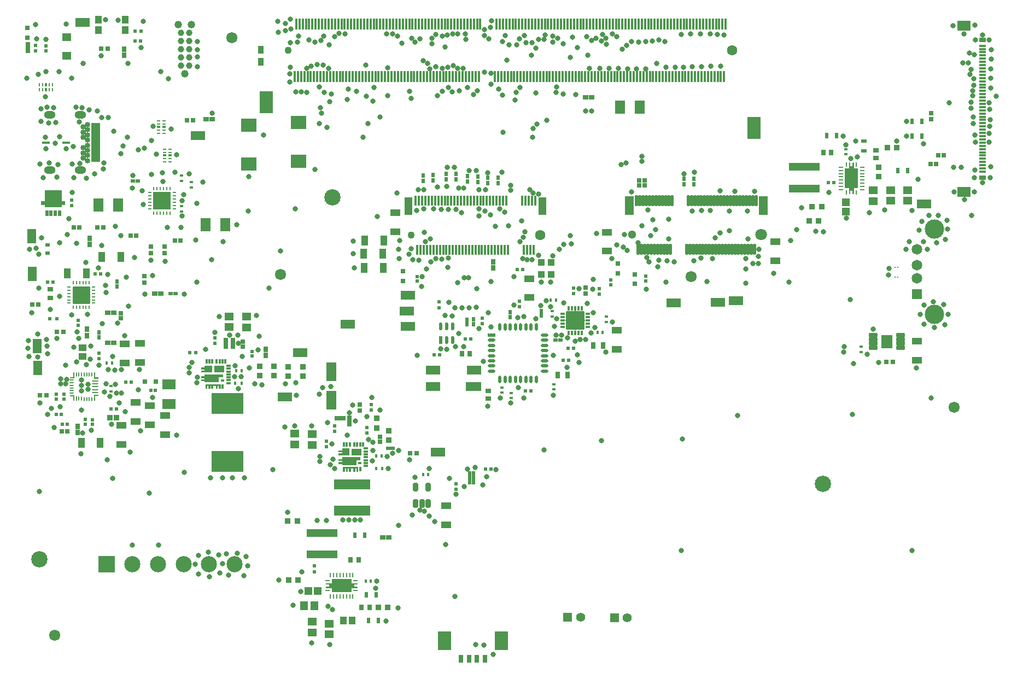
<source format=gbr>
%TF.GenerationSoftware,Altium Limited,Altium Designer,25.8.1 (18)*%
G04 Layer_Color=8388736*
%FSLAX45Y45*%
%MOMM*%
%TF.SameCoordinates,716D66D7-A0E9-4909-A487-8E51579E39AF*%
%TF.FilePolarity,Negative*%
%TF.FileFunction,Soldermask,Top*%
%TF.Part,Single*%
G01*
G75*
%TA.AperFunction,SMDPad,CuDef*%
%ADD10R,2.00000X3.50000*%
%ADD11R,0.30000X1.75000*%
%ADD12R,0.95814X0.91213*%
%ADD14R,0.92000X1.30000*%
%ADD15R,0.67248X0.71535*%
%ADD16R,0.30000X0.72500*%
%ADD17R,0.57247X0.61535*%
%ADD18C,0.82688*%
%ADD19R,1.45620X1.25464*%
%ADD20R,2.33000X1.99000*%
%ADD21R,0.61535X0.57247*%
G04:AMPARAMS|DCode=22|XSize=0.2mm|YSize=1mm|CornerRadius=0.05mm|HoleSize=0mm|Usage=FLASHONLY|Rotation=270.000|XOffset=0mm|YOffset=0mm|HoleType=Round|Shape=RoundedRectangle|*
%AMROUNDEDRECTD22*
21,1,0.20000,0.90000,0,0,270.0*
21,1,0.10000,1.00000,0,0,270.0*
1,1,0.10000,-0.45000,-0.05000*
1,1,0.10000,-0.45000,0.05000*
1,1,0.10000,0.45000,0.05000*
1,1,0.10000,0.45000,-0.05000*
%
%ADD22ROUNDEDRECTD22*%
%ADD24R,0.28000X0.25000*%
%ADD25R,1.60000X1.05000*%
%ADD26R,0.50000X0.40000*%
%ADD27R,0.71535X0.67248*%
%ADD33R,4.95300X3.17500*%
%ADD34R,0.91213X0.95814*%
%ADD35R,1.60000X3.00000*%
%ADD36R,2.20000X1.40000*%
G04:AMPARAMS|DCode=38|XSize=0.24mm|YSize=0.58mm|CornerRadius=0.0504mm|HoleSize=0mm|Usage=FLASHONLY|Rotation=0.000|XOffset=0mm|YOffset=0mm|HoleType=Round|Shape=RoundedRectangle|*
%AMROUNDEDRECTD38*
21,1,0.24000,0.47920,0,0,0.0*
21,1,0.13920,0.58000,0,0,0.0*
1,1,0.10080,0.06960,-0.23960*
1,1,0.10080,-0.06960,-0.23960*
1,1,0.10080,-0.06960,0.23960*
1,1,0.10080,0.06960,0.23960*
%
%ADD38ROUNDEDRECTD38*%
%ADD39R,1.05000X1.60000*%
%ADD40R,0.47247X0.51535*%
%ADD41R,0.30000X1.55000*%
%ADD47R,0.50000X0.90000*%
%ADD48R,0.95872X0.91213*%
%ADD49R,0.90000X0.50000*%
G04:AMPARAMS|DCode=51|XSize=0.24mm|YSize=0.6mm|CornerRadius=0.0504mm|HoleSize=0mm|Usage=FLASHONLY|Rotation=0.000|XOffset=0mm|YOffset=0mm|HoleType=Round|Shape=RoundedRectangle|*
%AMROUNDEDRECTD51*
21,1,0.24000,0.49920,0,0,0.0*
21,1,0.13920,0.60000,0,0,0.0*
1,1,0.10080,0.06960,-0.24960*
1,1,0.10080,-0.06960,-0.24960*
1,1,0.10080,-0.06960,0.24960*
1,1,0.10080,0.06960,0.24960*
%
%ADD51ROUNDEDRECTD51*%
G04:AMPARAMS|DCode=53|XSize=2.7mm|YSize=2.7mm|CornerRadius=0.054mm|HoleSize=0mm|Usage=FLASHONLY|Rotation=0.000|XOffset=0mm|YOffset=0mm|HoleType=Round|Shape=RoundedRectangle|*
%AMROUNDEDRECTD53*
21,1,2.70000,2.59200,0,0,0.0*
21,1,2.59200,2.70000,0,0,0.0*
1,1,0.10800,1.29600,-1.29600*
1,1,0.10800,-1.29600,-1.29600*
1,1,0.10800,-1.29600,1.29600*
1,1,0.10800,1.29600,1.29600*
%
%ADD53ROUNDEDRECTD53*%
G04:AMPARAMS|DCode=54|XSize=0.24mm|YSize=0.6mm|CornerRadius=0.0504mm|HoleSize=0mm|Usage=FLASHONLY|Rotation=90.000|XOffset=0mm|YOffset=0mm|HoleType=Round|Shape=RoundedRectangle|*
%AMROUNDEDRECTD54*
21,1,0.24000,0.49920,0,0,90.0*
21,1,0.13920,0.60000,0,0,90.0*
1,1,0.10080,0.24960,0.06960*
1,1,0.10080,0.24960,-0.06960*
1,1,0.10080,-0.24960,-0.06960*
1,1,0.10080,-0.24960,0.06960*
%
%ADD54ROUNDEDRECTD54*%
G04:AMPARAMS|DCode=55|XSize=0.48583mm|YSize=1.18828mm|CornerRadius=0.24292mm|HoleSize=0mm|Usage=FLASHONLY|Rotation=0.000|XOffset=0mm|YOffset=0mm|HoleType=Round|Shape=RoundedRectangle|*
%AMROUNDEDRECTD55*
21,1,0.48583,0.70245,0,0,0.0*
21,1,0.00000,1.18828,0,0,0.0*
1,1,0.48583,0.00000,-0.35123*
1,1,0.48583,0.00000,-0.35123*
1,1,0.48583,0.00000,0.35123*
1,1,0.48583,0.00000,0.35123*
%
%ADD55ROUNDEDRECTD55*%
G04:AMPARAMS|DCode=56|XSize=1.18828mm|YSize=0.48583mm|CornerRadius=0.24292mm|HoleSize=0mm|Usage=FLASHONLY|Rotation=0.000|XOffset=0mm|YOffset=0mm|HoleType=Round|Shape=RoundedRectangle|*
%AMROUNDEDRECTD56*
21,1,1.18828,0.00000,0,0,0.0*
21,1,0.70245,0.48583,0,0,0.0*
1,1,0.48583,0.35123,0.00000*
1,1,0.48583,-0.35123,0.00000*
1,1,0.48583,-0.35123,0.00000*
1,1,0.48583,0.35123,0.00000*
%
%ADD56ROUNDEDRECTD56*%
%ADD57R,1.18828X0.48583*%
%ADD58R,0.75000X0.90000*%
%ADD59R,0.90000X0.75000*%
G04:AMPARAMS|DCode=60|XSize=1.20524mm|YSize=0.52981mm|CornerRadius=0.2649mm|HoleSize=0mm|Usage=FLASHONLY|Rotation=90.000|XOffset=0mm|YOffset=0mm|HoleType=Round|Shape=RoundedRectangle|*
%AMROUNDEDRECTD60*
21,1,1.20524,0.00000,0,0,90.0*
21,1,0.67543,0.52981,0,0,90.0*
1,1,0.52980,0.00000,0.33772*
1,1,0.52980,0.00000,-0.33772*
1,1,0.52980,0.00000,-0.33772*
1,1,0.52980,0.00000,0.33772*
%
%ADD60ROUNDEDRECTD60*%
%TA.AperFunction,ConnectorPad*%
%ADD61R,0.80000X1.30000*%
%TA.AperFunction,SMDPad,CuDef*%
%ADD64R,0.60000X0.50000*%
G04:AMPARAMS|DCode=65|XSize=0.565mm|YSize=0.4mm|CornerRadius=0.05mm|HoleSize=0mm|Usage=FLASHONLY|Rotation=0.000|XOffset=0mm|YOffset=0mm|HoleType=Round|Shape=RoundedRectangle|*
%AMROUNDEDRECTD65*
21,1,0.56500,0.30000,0,0,0.0*
21,1,0.46500,0.40000,0,0,0.0*
1,1,0.10000,0.23250,-0.15000*
1,1,0.10000,-0.23250,-0.15000*
1,1,0.10000,-0.23250,0.15000*
1,1,0.10000,0.23250,0.15000*
%
%ADD65ROUNDEDRECTD65*%
%ADD66R,0.25000X0.60000*%
%ADD67R,0.60000X0.25000*%
%ADD68R,2.70000X2.70000*%
%ADD70R,1.40000X1.30000*%
G04:AMPARAMS|DCode=73|XSize=0.565mm|YSize=0.4mm|CornerRadius=0.05mm|HoleSize=0mm|Usage=FLASHONLY|Rotation=270.000|XOffset=0mm|YOffset=0mm|HoleType=Round|Shape=RoundedRectangle|*
%AMROUNDEDRECTD73*
21,1,0.56500,0.30000,0,0,270.0*
21,1,0.46500,0.40000,0,0,270.0*
1,1,0.10000,-0.15000,-0.23250*
1,1,0.10000,-0.15000,0.23250*
1,1,0.10000,0.15000,0.23250*
1,1,0.10000,0.15000,-0.23250*
%
%ADD73ROUNDEDRECTD73*%
%ADD74R,0.80000X0.80000*%
%ADD76R,0.80000X0.55000*%
%ADD77R,1.40000X2.20000*%
%ADD80R,0.72500X0.30000*%
%ADD81R,1.57500X1.05000*%
%ADD82R,0.40000X0.50000*%
%ADD83R,0.45000X0.60000*%
%ADD85C,1.08000*%
%ADD87R,1.25464X1.45620*%
%TA.AperFunction,ConnectorPad*%
%ADD88R,0.71535X0.67248*%
%TA.AperFunction,SMDPad,CuDef*%
G04:AMPARAMS|DCode=90|XSize=0.2mm|YSize=0.6mm|CornerRadius=0.05mm|HoleSize=0mm|Usage=FLASHONLY|Rotation=270.000|XOffset=0mm|YOffset=0mm|HoleType=Round|Shape=RoundedRectangle|*
%AMROUNDEDRECTD90*
21,1,0.20000,0.50000,0,0,270.0*
21,1,0.10000,0.60000,0,0,270.0*
1,1,0.10000,-0.25000,-0.05000*
1,1,0.10000,-0.25000,0.05000*
1,1,0.10000,0.25000,0.05000*
1,1,0.10000,0.25000,-0.05000*
%
%ADD90ROUNDEDRECTD90*%
%ADD91R,0.51535X0.47247*%
G04:AMPARAMS|DCode=93|XSize=0.6mm|YSize=0.24mm|CornerRadius=0.0504mm|HoleSize=0mm|Usage=FLASHONLY|Rotation=270.000|XOffset=0mm|YOffset=0mm|HoleType=Round|Shape=RoundedRectangle|*
%AMROUNDEDRECTD93*
21,1,0.60000,0.13920,0,0,270.0*
21,1,0.49920,0.24000,0,0,270.0*
1,1,0.10080,-0.06960,-0.24960*
1,1,0.10080,-0.06960,0.24960*
1,1,0.10080,0.06960,0.24960*
1,1,0.10080,0.06960,-0.24960*
%
%ADD93ROUNDEDRECTD93*%
%ADD94R,4.70000X1.18000*%
%ADD95R,5.60000X1.55000*%
%ADD97R,0.52981X1.20524*%
G04:AMPARAMS|DCode=98|XSize=0.6mm|YSize=0.24mm|CornerRadius=0.0504mm|HoleSize=0mm|Usage=FLASHONLY|Rotation=0.000|XOffset=0mm|YOffset=0mm|HoleType=Round|Shape=RoundedRectangle|*
%AMROUNDEDRECTD98*
21,1,0.60000,0.13920,0,0,0.0*
21,1,0.49920,0.24000,0,0,0.0*
1,1,0.10080,0.24960,-0.06960*
1,1,0.10080,-0.24960,-0.06960*
1,1,0.10080,-0.24960,0.06960*
1,1,0.10080,0.24960,0.06960*
%
%ADD98ROUNDEDRECTD98*%
%ADD99R,0.80000X0.80000*%
G04:AMPARAMS|DCode=100|XSize=0.65mm|YSize=0.2mm|CornerRadius=0.05mm|HoleSize=0mm|Usage=FLASHONLY|Rotation=270.000|XOffset=0mm|YOffset=0mm|HoleType=Round|Shape=RoundedRectangle|*
%AMROUNDEDRECTD100*
21,1,0.65000,0.10000,0,0,270.0*
21,1,0.55000,0.20000,0,0,270.0*
1,1,0.10000,-0.05000,-0.27500*
1,1,0.10000,-0.05000,0.27500*
1,1,0.10000,0.05000,0.27500*
1,1,0.10000,0.05000,-0.27500*
%
%ADD100ROUNDEDRECTD100*%
G04:AMPARAMS|DCode=101|XSize=0.6mm|YSize=0.2mm|CornerRadius=0.05mm|HoleSize=0mm|Usage=FLASHONLY|Rotation=270.000|XOffset=0mm|YOffset=0mm|HoleType=Round|Shape=RoundedRectangle|*
%AMROUNDEDRECTD101*
21,1,0.60000,0.10000,0,0,270.0*
21,1,0.50000,0.20000,0,0,270.0*
1,1,0.10000,-0.05000,-0.25000*
1,1,0.10000,-0.05000,0.25000*
1,1,0.10000,0.05000,0.25000*
1,1,0.10000,0.05000,-0.25000*
%
%ADD101ROUNDEDRECTD101*%
%ADD103C,0.17501*%
G04:AMPARAMS|DCode=104|XSize=0.68mm|YSize=0.2mm|CornerRadius=0.05mm|HoleSize=0mm|Usage=FLASHONLY|Rotation=270.000|XOffset=0mm|YOffset=0mm|HoleType=Round|Shape=RoundedRectangle|*
%AMROUNDEDRECTD104*
21,1,0.68000,0.10000,0,0,270.0*
21,1,0.58000,0.20000,0,0,270.0*
1,1,0.10000,-0.05000,-0.29000*
1,1,0.10000,-0.05000,0.29000*
1,1,0.10000,0.05000,0.29000*
1,1,0.10000,0.05000,-0.29000*
%
%ADD104ROUNDEDRECTD104*%
G04:AMPARAMS|DCode=105|XSize=0.2mm|YSize=0.95mm|CornerRadius=0.05mm|HoleSize=0mm|Usage=FLASHONLY|Rotation=270.000|XOffset=0mm|YOffset=0mm|HoleType=Round|Shape=RoundedRectangle|*
%AMROUNDEDRECTD105*
21,1,0.20000,0.85000,0,0,270.0*
21,1,0.10000,0.95000,0,0,270.0*
1,1,0.10000,-0.42500,-0.05000*
1,1,0.10000,-0.42500,0.05000*
1,1,0.10000,0.42500,0.05000*
1,1,0.10000,0.42500,-0.05000*
%
%ADD105ROUNDEDRECTD105*%
%ADD106C,0.19159*%
G04:AMPARAMS|DCode=107|XSize=0.7mm|YSize=0.2mm|CornerRadius=0.05mm|HoleSize=0mm|Usage=FLASHONLY|Rotation=270.000|XOffset=0mm|YOffset=0mm|HoleType=Round|Shape=RoundedRectangle|*
%AMROUNDEDRECTD107*
21,1,0.70000,0.10000,0,0,270.0*
21,1,0.60000,0.20000,0,0,270.0*
1,1,0.10000,-0.05000,-0.30000*
1,1,0.10000,-0.05000,0.30000*
1,1,0.10000,0.05000,0.30000*
1,1,0.10000,0.05000,-0.30000*
%
%ADD107ROUNDEDRECTD107*%
G04:AMPARAMS|DCode=108|XSize=0.58mm|YSize=0.24mm|CornerRadius=0.0504mm|HoleSize=0mm|Usage=FLASHONLY|Rotation=0.000|XOffset=0mm|YOffset=0mm|HoleType=Round|Shape=RoundedRectangle|*
%AMROUNDEDRECTD108*
21,1,0.58000,0.13920,0,0,0.0*
21,1,0.47920,0.24000,0,0,0.0*
1,1,0.10080,0.23960,-0.06960*
1,1,0.10080,-0.23960,-0.06960*
1,1,0.10080,-0.23960,0.06960*
1,1,0.10080,0.23960,0.06960*
%
%ADD108ROUNDEDRECTD108*%
%ADD109C,0.15750*%
%ADD110R,0.96213X0.93504*%
%ADD111R,0.86213X0.73504*%
%ADD112R,0.73504X0.86213*%
%TA.AperFunction,ConnectorPad*%
%ADD115R,2.10000X3.00000*%
%TA.AperFunction,SMDPad,CuDef*%
%ADD116R,1.20000X2.75000*%
%ADD120R,0.57247X0.63933*%
%ADD122R,2.40000X1.40000*%
G04:AMPARAMS|DCode=123|XSize=0.565mm|YSize=0.2mm|CornerRadius=0.05mm|HoleSize=0mm|Usage=FLASHONLY|Rotation=0.000|XOffset=0mm|YOffset=0mm|HoleType=Round|Shape=RoundedRectangle|*
%AMROUNDEDRECTD123*
21,1,0.56500,0.10000,0,0,0.0*
21,1,0.46500,0.20000,0,0,0.0*
1,1,0.10000,0.23250,-0.05000*
1,1,0.10000,-0.23250,-0.05000*
1,1,0.10000,-0.23250,0.05000*
1,1,0.10000,0.23250,0.05000*
%
%ADD123ROUNDEDRECTD123*%
G04:AMPARAMS|DCode=124|XSize=0.565mm|YSize=0.2mm|CornerRadius=0.05mm|HoleSize=0mm|Usage=FLASHONLY|Rotation=270.000|XOffset=0mm|YOffset=0mm|HoleType=Round|Shape=RoundedRectangle|*
%AMROUNDEDRECTD124*
21,1,0.56500,0.10000,0,0,270.0*
21,1,0.46500,0.20000,0,0,270.0*
1,1,0.10000,-0.05000,-0.23250*
1,1,0.10000,-0.05000,0.23250*
1,1,0.10000,0.05000,0.23250*
1,1,0.10000,0.05000,-0.23250*
%
%ADD124ROUNDEDRECTD124*%
%ADD125C,0.27233*%
%ADD126R,0.58000X0.38000*%
%ADD127R,0.30000X0.73000*%
%ADD129R,0.81213X0.65872*%
%ADD130R,0.75000X1.00000*%
%ADD131R,0.60000X0.60000*%
%TA.AperFunction,ComponentPad*%
%ADD148C,1.10000*%
%ADD149C,1.60000*%
%ADD155C,2.50000*%
%ADD156R,2.50000X2.50000*%
%TA.AperFunction,ViaPad*%
%ADD161C,0.60000*%
%TA.AperFunction,SMDPad,CuDef*%
%ADD167R,0.85000X0.80000*%
%ADD168C,2.52400*%
G04:AMPARAMS|DCode=169|XSize=0.65mm|YSize=1.35mm|CornerRadius=0.1495mm|HoleSize=0mm|Usage=FLASHONLY|Rotation=90.000|XOffset=0mm|YOffset=0mm|HoleType=Round|Shape=RoundedRectangle|*
%AMROUNDEDRECTD169*
21,1,0.65000,1.05100,0,0,90.0*
21,1,0.35100,1.35000,0,0,90.0*
1,1,0.29900,0.52550,0.17550*
1,1,0.29900,0.52550,-0.17550*
1,1,0.29900,-0.52550,-0.17550*
1,1,0.29900,-0.52550,0.17550*
%
%ADD169ROUNDEDRECTD169*%
G04:AMPARAMS|DCode=170|XSize=1.77mm|YSize=2.09mm|CornerRadius=0.1471mm|HoleSize=0mm|Usage=FLASHONLY|Rotation=0.000|XOffset=0mm|YOffset=0mm|HoleType=Round|Shape=RoundedRectangle|*
%AMROUNDEDRECTD170*
21,1,1.77000,1.79580,0,0,0.0*
21,1,1.47580,2.09000,0,0,0.0*
1,1,0.29420,0.73790,-0.89790*
1,1,0.29420,-0.73790,-0.89790*
1,1,0.29420,-0.73790,0.89790*
1,1,0.29420,0.73790,0.89790*
%
%ADD170ROUNDEDRECTD170*%
%ADD171R,0.58000X0.63000*%
%ADD172R,2.05000X1.55000*%
%ADD173R,0.61000X0.56000*%
%ADD174R,0.60000X0.65000*%
%ADD175R,0.78000X0.83000*%
%ADD176R,0.65000X0.60000*%
%ADD177R,1.00000X1.10000*%
%ADD178R,0.76000X0.81000*%
G04:AMPARAMS|DCode=179|XSize=0.5mm|YSize=1.75mm|CornerRadius=0.1225mm|HoleSize=0mm|Usage=FLASHONLY|Rotation=0.000|XOffset=0mm|YOffset=0mm|HoleType=Round|Shape=RoundedRectangle|*
%AMROUNDEDRECTD179*
21,1,0.50000,1.50500,0,0,0.0*
21,1,0.25500,1.75000,0,0,0.0*
1,1,0.24500,0.12750,-0.75250*
1,1,0.24500,-0.12750,-0.75250*
1,1,0.24500,-0.12750,0.75250*
1,1,0.24500,0.12750,0.75250*
%
%ADD179ROUNDEDRECTD179*%
%ADD180R,1.05000X0.40000*%
%ADD181R,2.10000X1.60000*%
%ADD182R,1.10000X0.75000*%
%ADD183R,1.25000X1.15000*%
G04:AMPARAMS|DCode=184|XSize=2.85mm|YSize=2.85mm|CornerRadius=0.129mm|HoleSize=0mm|Usage=FLASHONLY|Rotation=0.000|XOffset=0mm|YOffset=0mm|HoleType=Round|Shape=RoundedRectangle|*
%AMROUNDEDRECTD184*
21,1,2.85000,2.59200,0,0,0.0*
21,1,2.59200,2.85000,0,0,0.0*
1,1,0.25800,1.29600,-1.29600*
1,1,0.25800,-1.29600,-1.29600*
1,1,0.25800,-1.29600,1.29600*
1,1,0.25800,1.29600,1.29600*
%
%ADD184ROUNDEDRECTD184*%
G04:AMPARAMS|DCode=185|XSize=0.39mm|YSize=0.75mm|CornerRadius=0.1254mm|HoleSize=0mm|Usage=FLASHONLY|Rotation=90.000|XOffset=0mm|YOffset=0mm|HoleType=Round|Shape=RoundedRectangle|*
%AMROUNDEDRECTD185*
21,1,0.39000,0.49920,0,0,90.0*
21,1,0.13920,0.75000,0,0,90.0*
1,1,0.25080,0.24960,0.06960*
1,1,0.25080,0.24960,-0.06960*
1,1,0.25080,-0.24960,-0.06960*
1,1,0.25080,-0.24960,0.06960*
%
%ADD185ROUNDEDRECTD185*%
G04:AMPARAMS|DCode=186|XSize=0.39mm|YSize=0.75mm|CornerRadius=0.1254mm|HoleSize=0mm|Usage=FLASHONLY|Rotation=0.000|XOffset=0mm|YOffset=0mm|HoleType=Round|Shape=RoundedRectangle|*
%AMROUNDEDRECTD186*
21,1,0.39000,0.49920,0,0,0.0*
21,1,0.13920,0.75000,0,0,0.0*
1,1,0.25080,0.06960,-0.24960*
1,1,0.25080,-0.06960,-0.24960*
1,1,0.25080,-0.06960,0.24960*
1,1,0.25080,0.06960,0.24960*
%
%ADD186ROUNDEDRECTD186*%
%ADD187R,0.62000X0.51000*%
%TA.AperFunction,BGAPad,CuDef*%
%ADD188C,0.98700*%
%TA.AperFunction,SMDPad,CuDef*%
%ADD189R,1.10000X1.20000*%
%ADD190R,1.40000X0.50000*%
%ADD191R,1.20000X0.40000*%
%ADD192R,0.65000X0.69000*%
%ADD193R,0.85000X0.80000*%
%ADD194R,0.80000X0.85000*%
G04:AMPARAMS|DCode=195|XSize=1.41mm|YSize=0.79mm|CornerRadius=0.17375mm|HoleSize=0mm|Usage=FLASHONLY|Rotation=90.000|XOffset=0mm|YOffset=0mm|HoleType=Round|Shape=RoundedRectangle|*
%AMROUNDEDRECTD195*
21,1,1.41000,0.44250,0,0,90.0*
21,1,1.06250,0.79000,0,0,90.0*
1,1,0.34750,0.22125,0.53125*
1,1,0.34750,0.22125,-0.53125*
1,1,0.34750,-0.22125,-0.53125*
1,1,0.34750,-0.22125,0.53125*
%
%ADD195ROUNDEDRECTD195*%
%ADD196R,1.15000X1.25000*%
%ADD197R,0.80000X0.85000*%
%ADD198R,1.15000X1.05000*%
%ADD199R,0.89000X0.85000*%
%ADD200R,0.70000X0.75000*%
%ADD201R,0.63000X0.58000*%
%ADD202R,0.73000X0.68000*%
%ADD203R,0.71000X0.66000*%
%ADD204R,1.10320X1.25320*%
%ADD205R,1.55000X2.05000*%
%ADD206R,0.55000X0.90000*%
%ADD207R,0.65000X0.65000*%
G04:AMPARAMS|DCode=208|XSize=1.4mm|YSize=2.95mm|CornerRadius=0.19mm|HoleSize=0mm|Usage=FLASHONLY|Rotation=0.000|XOffset=0mm|YOffset=0mm|HoleType=Round|Shape=RoundedRectangle|*
%AMROUNDEDRECTD208*
21,1,1.40000,2.57000,0,0,0.0*
21,1,1.02000,2.95000,0,0,0.0*
1,1,0.38000,0.51000,-1.28500*
1,1,0.38000,-0.51000,-1.28500*
1,1,0.38000,-0.51000,1.28500*
1,1,0.38000,0.51000,1.28500*
%
%ADD208ROUNDEDRECTD208*%
%ADD209R,0.63000X0.51000*%
%ADD210R,0.75000X0.70000*%
%ADD211R,0.75000X0.75000*%
%TA.AperFunction,ComponentPad*%
%ADD212R,1.65000X1.65000*%
%ADD213C,1.65000*%
%ADD214C,3.00000*%
%ADD215C,0.85000*%
%ADD216O,1.80000X1.20000*%
%ADD217C,1.19100*%
%ADD218C,1.40000*%
%ADD219R,1.40000X1.40000*%
%ADD220C,1.30000*%
%ADD221C,1.80000*%
%TA.AperFunction,WasherPad*%
%ADD222C,1.72400*%
%TA.AperFunction,ViaPad*%
%ADD223C,0.80320*%
G36*
X15503641Y10389760D02*
X15504634D01*
X15506471Y10388998D01*
X15507878Y10387592D01*
X15508640Y10385754D01*
Y10384760D01*
X15508640Y10384760D01*
Y10297260D01*
X15568640Y10297260D01*
X15569633D01*
X15571472Y10296498D01*
X15572878Y10295092D01*
X15573639Y10293254D01*
Y10292260D01*
X15573640D01*
X15573639Y10002260D01*
X15573640Y10001265D01*
X15572878Y9999428D01*
X15571472Y9998021D01*
X15569633Y9997260D01*
X15568639Y9997260D01*
X15508640D01*
X15508640Y9904760D01*
Y9903765D01*
X15507878Y9901928D01*
X15506471Y9900521D01*
X15504634Y9899760D01*
X15503641Y9899760D01*
X15503641Y9899760D01*
X15493639D01*
X15492645Y9899760D01*
X15490807Y9900521D01*
X15489401Y9901927D01*
X15488638Y9903765D01*
X15488640Y9904760D01*
Y9904760D01*
X15488640Y9952260D01*
X15453641D01*
X15453641Y9904760D01*
Y9903765D01*
X15452879Y9901928D01*
X15451472Y9900521D01*
X15449634Y9899760D01*
X15437645D01*
X15435808Y9900521D01*
X15434401Y9901928D01*
X15433640Y9903765D01*
Y9904759D01*
Y9904760D01*
Y9992260D01*
X15372646D01*
X15370808Y9993021D01*
X15369402Y9994428D01*
X15368640Y9996265D01*
Y9997260D01*
Y9997260D01*
Y10292260D01*
Y10293254D01*
X15369402Y10295092D01*
X15370808Y10296498D01*
X15372646Y10297260D01*
X15373640Y10297259D01*
Y10297260D01*
X15433640D01*
Y10384760D01*
Y10385754D01*
X15434401Y10387592D01*
X15435808Y10388998D01*
X15437645Y10389760D01*
X15438640Y10389759D01*
Y10389760D01*
X15448640Y10389760D01*
X15449635Y10389760D01*
X15451472Y10388999D01*
X15452879Y10387592D01*
X15453641Y10385754D01*
X15453641Y10384760D01*
X15453641Y10384760D01*
X15453641Y10337260D01*
X15488640D01*
Y10384760D01*
Y10385754D01*
X15489401Y10387592D01*
X15490807Y10388998D01*
X15492645Y10389760D01*
X15493639Y10389759D01*
X15493640Y10389760D01*
X15503641Y10389760D01*
D02*
G37*
G36*
X3242500Y9790000D02*
X3295500D01*
Y9730000D01*
X3242500D01*
Y9700000D01*
X2977500D01*
Y9730000D01*
X2924500D01*
Y9790000D01*
X2977500D01*
Y9960000D01*
X3242500D01*
Y9790000D01*
D02*
G37*
G36*
X5571250Y7140000D02*
X5401250D01*
Y7170000D01*
X5456250D01*
Y7185000D01*
X5401250D01*
Y7215000D01*
X5456250D01*
Y7245000D01*
X5571250D01*
Y7140000D01*
D02*
G37*
G36*
X3755000Y7140000D02*
X3755994D01*
X3757832Y7139239D01*
X3759239Y7137832D01*
X3760000Y7135994D01*
Y7135000D01*
X3760000D01*
Y7065000D01*
X3805000Y7065000D01*
X3805994D01*
X3807832Y7064239D01*
X3809239Y7062832D01*
X3809999Y7060995D01*
Y7060000D01*
X3810000D01*
X3809999Y7050000D01*
X3810000Y7049005D01*
X3809239Y7047168D01*
X3807832Y7045761D01*
X3805994Y7045000D01*
X3805000D01*
X3805000Y7045000D01*
X3745000Y7045000D01*
X3744005Y7045000D01*
X3742167Y7045761D01*
X3740761Y7047168D01*
X3739999Y7049005D01*
X3740000Y7050000D01*
X3740000Y7135000D01*
X3740000Y7135995D01*
X3740761Y7137832D01*
X3742168Y7139239D01*
X3744005Y7140000D01*
X3745000Y7140000D01*
X3745000Y7140000D01*
X3755000Y7140000D01*
D02*
G37*
G36*
X3437832Y7139239D02*
X3439239Y7137832D01*
X3440000Y7135995D01*
X3440000Y7135000D01*
X3440000Y7055000D01*
X3440000Y7055000D01*
X3440000Y7054005D01*
X3439239Y7052167D01*
X3437833Y7050761D01*
X3435994Y7050000D01*
X3435000Y7050000D01*
X3375000D01*
X3374005Y7050000D01*
X3372167Y7050761D01*
X3370761Y7052168D01*
X3370000Y7054005D01*
X3370000Y7055000D01*
Y7065000D01*
X3370000Y7065995D01*
X3370761Y7067832D01*
X3372167Y7069239D01*
X3374005Y7070000D01*
X3375000Y7070000D01*
X3420000Y7070000D01*
Y7135000D01*
Y7135994D01*
X3420761Y7137832D01*
X3422168Y7139238D01*
X3424005Y7140000D01*
X3425000D01*
X3435000Y7140000D01*
Y7140000D01*
X3435994Y7140000D01*
X3437832Y7139239D01*
D02*
G37*
G36*
X5738750Y7064500D02*
X5673750D01*
Y6990000D01*
X5456250D01*
Y7005000D01*
X5401250D01*
Y7035000D01*
X5456250D01*
Y7050000D01*
X5401250D01*
Y7080000D01*
X5456250D01*
Y7110000D01*
X5738750D01*
Y7064500D01*
D02*
G37*
G36*
X5703750Y6887500D02*
X5673750D01*
Y6932500D01*
X5658750D01*
Y6887500D01*
X5628750D01*
Y6932500D01*
X5588750D01*
Y6887500D01*
X5558750D01*
Y6932500D01*
X5543750D01*
Y6887500D01*
X5513750D01*
Y6932500D01*
X5498750D01*
Y6887500D01*
X5468750D01*
Y6960000D01*
X5703750D01*
Y6887500D01*
D02*
G37*
G36*
X3805000Y6795000D02*
X3805994D01*
X3807832Y6794239D01*
X3809239Y6792832D01*
X3810000Y6790995D01*
X3809999Y6790000D01*
X3810000Y6780000D01*
X3810000Y6780000D01*
X3810000Y6779005D01*
X3809239Y6777168D01*
X3807832Y6775761D01*
X3805994Y6775000D01*
X3805000Y6775000D01*
X3760000D01*
Y6705000D01*
X3760000Y6705000D01*
X3760000Y6704006D01*
X3759239Y6702168D01*
X3757832Y6700761D01*
X3755994Y6700000D01*
X3755000Y6700000D01*
X3745000D01*
X3744005Y6700000D01*
X3742168Y6700761D01*
X3740761Y6702168D01*
X3740000Y6704005D01*
X3740000Y6705000D01*
X3740000Y6790000D01*
Y6790000D01*
X3739999Y6790995D01*
X3740761Y6792832D01*
X3742167Y6794239D01*
X3744005Y6795000D01*
X3745000Y6795000D01*
X3805000Y6795000D01*
X3805000Y6795000D01*
D02*
G37*
G36*
X3437833Y6789239D02*
X3439240Y6787833D01*
X3440000Y6785995D01*
X3440000Y6785000D01*
X3440000D01*
X3440000Y6705000D01*
X3440000Y6704005D01*
X3439239Y6702168D01*
X3437832Y6700761D01*
X3435994Y6700000D01*
X3435000Y6700000D01*
X3424005D01*
X3422168Y6700762D01*
X3420761Y6702168D01*
X3420000Y6704006D01*
Y6705000D01*
Y6705000D01*
Y6770000D01*
X3375000D01*
X3374005Y6770000D01*
X3372167Y6770761D01*
X3370761Y6772168D01*
X3370000Y6774006D01*
X3370000Y6775000D01*
Y6775000D01*
Y6785000D01*
X3370000Y6785995D01*
X3370761Y6787832D01*
X3372167Y6789239D01*
X3374005Y6790000D01*
X3375000D01*
Y6790000D01*
X3435000Y6790000D01*
X3435995Y6790000D01*
X3437833Y6789239D01*
D02*
G37*
G36*
X7701250Y5857301D02*
X7531250D01*
Y5887301D01*
X7586250D01*
Y5902301D01*
X7531250D01*
Y5932301D01*
X7586250D01*
Y5962301D01*
X7701250D01*
Y5857301D01*
D02*
G37*
G36*
X7868750Y5781801D02*
X7803750D01*
Y5707301D01*
X7586250D01*
Y5722301D01*
X7531250D01*
Y5752301D01*
X7586250D01*
Y5767301D01*
X7531250D01*
Y5797301D01*
X7586250D01*
Y5827301D01*
X7868750D01*
Y5781801D01*
D02*
G37*
G36*
X7833750Y5604801D02*
X7803750D01*
Y5649801D01*
X7788750D01*
Y5604801D01*
X7758750D01*
Y5649801D01*
X7718750D01*
Y5604801D01*
X7688750D01*
Y5649801D01*
X7673750D01*
Y5604801D01*
X7643750D01*
Y5649801D01*
X7628750D01*
Y5604801D01*
X7598750D01*
Y5677301D01*
X7833750D01*
Y5604801D01*
D02*
G37*
G36*
X7724720Y3940540D02*
X7725714D01*
X7727552Y3939779D01*
X7728958Y3938372D01*
X7729720Y3936534D01*
X7729719Y3935540D01*
X7729720Y3935540D01*
Y3875540D01*
X7817220Y3875540D01*
X7818214D01*
X7820052Y3874779D01*
X7821458Y3873372D01*
X7822220Y3871535D01*
X7822219Y3870540D01*
X7822220Y3870540D01*
X7822220Y3860540D01*
X7822220Y3859545D01*
X7821459Y3857708D01*
X7820052Y3856301D01*
X7818214Y3855540D01*
X7817220Y3855540D01*
X7817220Y3855540D01*
X7769720Y3855540D01*
Y3820540D01*
X7818214D01*
X7820052Y3819779D01*
X7821458Y3818373D01*
X7822220Y3816535D01*
X7822219Y3815541D01*
X7822220D01*
X7822220Y3805540D01*
Y3804546D01*
X7821458Y3802708D01*
X7820052Y3801302D01*
X7818214Y3800541D01*
X7817220D01*
X7817220Y3800540D01*
X7729720D01*
X7729720Y3740540D01*
Y3739545D01*
X7728958Y3737708D01*
X7727552Y3736301D01*
X7725715Y3735540D01*
X7724720D01*
Y3735540D01*
X7434720Y3735540D01*
X7433726Y3735540D01*
X7431888Y3736301D01*
X7430481Y3737708D01*
X7429720Y3739546D01*
X7429720Y3740540D01*
Y3800540D01*
X7336225D01*
X7334388Y3801302D01*
X7332981Y3802708D01*
X7332220Y3804546D01*
X7332220Y3805540D01*
X7332220Y3805540D01*
Y3815541D01*
X7332220Y3816535D01*
X7332981Y3818373D01*
X7334387Y3819779D01*
X7336225Y3820540D01*
X7337220Y3820540D01*
X7337220Y3820540D01*
X7384720Y3820540D01*
Y3855540D01*
X7337220Y3855540D01*
X7336225D01*
X7334388Y3856301D01*
X7332981Y3857708D01*
X7332220Y3859545D01*
Y3860540D01*
Y3870540D01*
Y3871535D01*
X7332981Y3873372D01*
X7334388Y3874778D01*
X7336225Y3875540D01*
X7337220D01*
X7337220Y3875540D01*
X7424720D01*
Y3935540D01*
Y3936535D01*
X7425481Y3938372D01*
X7426888Y3939779D01*
X7428725Y3940540D01*
X7429720D01*
X7429720Y3940540D01*
X7724720Y3940540D01*
D02*
G37*
D10*
X13962500Y10928800D02*
D03*
X6412500Y11328800D02*
D03*
D11*
X6850000Y11718800D02*
D03*
X6900000D02*
D03*
X6950000D02*
D03*
X7000000D02*
D03*
X7050000D02*
D03*
X7100000D02*
D03*
X7150000D02*
D03*
X7200000D02*
D03*
X7250000D02*
D03*
X7300000D02*
D03*
X7350000D02*
D03*
X7400000D02*
D03*
X7450000D02*
D03*
X7500000D02*
D03*
X7550000D02*
D03*
X7600000D02*
D03*
X7650000D02*
D03*
X7700000D02*
D03*
X7750000D02*
D03*
X7800000D02*
D03*
X7850000D02*
D03*
X7900000D02*
D03*
X7950000D02*
D03*
X8000000D02*
D03*
X8050000D02*
D03*
X8100000D02*
D03*
X8150000D02*
D03*
X8200000D02*
D03*
X8250000D02*
D03*
X8300000D02*
D03*
X8350000D02*
D03*
X8400000D02*
D03*
X8450000D02*
D03*
X8500000D02*
D03*
X8550000D02*
D03*
X8600000D02*
D03*
X8650000D02*
D03*
X8700000D02*
D03*
X8750000D02*
D03*
X8800000D02*
D03*
X8850000D02*
D03*
X8900000D02*
D03*
X8950000D02*
D03*
X9000000D02*
D03*
X9050000D02*
D03*
X9100000D02*
D03*
X9150000D02*
D03*
X9200000D02*
D03*
X9250000D02*
D03*
X9300000D02*
D03*
X9350000D02*
D03*
X9400000D02*
D03*
X9450000D02*
D03*
X9500000D02*
D03*
X9550000D02*
D03*
X9600000D02*
D03*
X9650000D02*
D03*
X9700000D02*
D03*
X6875000Y12538800D02*
D03*
X6925000D02*
D03*
X6975000D02*
D03*
X7025000D02*
D03*
X7075000D02*
D03*
X7125000D02*
D03*
X7175000D02*
D03*
X7225000D02*
D03*
X7275000D02*
D03*
X7325000D02*
D03*
X7375000D02*
D03*
X7425000D02*
D03*
X7475000D02*
D03*
X7525000D02*
D03*
X7575000D02*
D03*
X7625000D02*
D03*
X7675000D02*
D03*
X7725000D02*
D03*
X7775000D02*
D03*
X7825000D02*
D03*
X7875000D02*
D03*
X7925000D02*
D03*
X7975000D02*
D03*
X8025000D02*
D03*
X8075000D02*
D03*
X8125000D02*
D03*
X8175000D02*
D03*
X8225000D02*
D03*
X8275000D02*
D03*
X8325000D02*
D03*
X8375000D02*
D03*
X8425000D02*
D03*
X8475000D02*
D03*
X8525000D02*
D03*
X8575000D02*
D03*
X8625000D02*
D03*
X8675000D02*
D03*
X8725000D02*
D03*
X8775000D02*
D03*
X8825000D02*
D03*
X8875000D02*
D03*
X8925000D02*
D03*
X8975000D02*
D03*
X9025000D02*
D03*
X9075000D02*
D03*
X9125000D02*
D03*
X9175000D02*
D03*
X9225000D02*
D03*
X9275000D02*
D03*
X9325000D02*
D03*
X9375000D02*
D03*
X9425000D02*
D03*
X9475000D02*
D03*
X9525000D02*
D03*
X9575000D02*
D03*
X9625000D02*
D03*
X9675000D02*
D03*
X9725000D02*
D03*
X9950000Y11718800D02*
D03*
X10000000D02*
D03*
X10050000D02*
D03*
X10100000D02*
D03*
X10150000D02*
D03*
X10200000D02*
D03*
X10250000D02*
D03*
X10300000D02*
D03*
X10350000D02*
D03*
X10400000D02*
D03*
X10450000D02*
D03*
X10500000D02*
D03*
X10550000D02*
D03*
X10600000D02*
D03*
X10650000D02*
D03*
X10700000D02*
D03*
X10750000D02*
D03*
X10800000D02*
D03*
X10850000D02*
D03*
X10900000D02*
D03*
X10950000D02*
D03*
X11000000D02*
D03*
X11050000D02*
D03*
X11100000D02*
D03*
X11150000D02*
D03*
X11200000D02*
D03*
X11250000D02*
D03*
X11300000D02*
D03*
X11350000D02*
D03*
X11400000D02*
D03*
X11450000D02*
D03*
X11500000D02*
D03*
X11550000D02*
D03*
X11600000D02*
D03*
X11650000D02*
D03*
X11700000D02*
D03*
X11750000D02*
D03*
X11800000D02*
D03*
X11850000D02*
D03*
X11900000D02*
D03*
X11950000D02*
D03*
X12000000D02*
D03*
X12050000D02*
D03*
X12100000D02*
D03*
X12150000D02*
D03*
X12200000D02*
D03*
X12250000D02*
D03*
X12300000D02*
D03*
X12350000D02*
D03*
X12400000D02*
D03*
X12450000D02*
D03*
X12500000D02*
D03*
X12550000D02*
D03*
X12600000D02*
D03*
X12650000D02*
D03*
X12700000D02*
D03*
X12750000D02*
D03*
X12800000D02*
D03*
X12850000D02*
D03*
X12900000D02*
D03*
X12950000D02*
D03*
X13000000D02*
D03*
X13050000D02*
D03*
X13100000D02*
D03*
X13150000D02*
D03*
X13200000D02*
D03*
X13250000D02*
D03*
X13300000D02*
D03*
X13350000D02*
D03*
X13400000D02*
D03*
X13450000D02*
D03*
X13500000D02*
D03*
X9975000Y12538800D02*
D03*
X10025000D02*
D03*
X10075000D02*
D03*
X10125000D02*
D03*
X10175000D02*
D03*
X10225000D02*
D03*
X10275000D02*
D03*
X10325000D02*
D03*
X10375000D02*
D03*
X10425000D02*
D03*
X10475000D02*
D03*
X10525000D02*
D03*
X10575000D02*
D03*
X10625000D02*
D03*
X10675000D02*
D03*
X10725000D02*
D03*
X10775000D02*
D03*
X10825000D02*
D03*
X10875000D02*
D03*
X10925000D02*
D03*
X10975000D02*
D03*
X11025000D02*
D03*
X11075000D02*
D03*
X11125000D02*
D03*
X11175000D02*
D03*
X11225000D02*
D03*
X11275000D02*
D03*
X11325000D02*
D03*
X11375000D02*
D03*
X11425000D02*
D03*
X11475000D02*
D03*
X11525000D02*
D03*
X11575000D02*
D03*
X11625000D02*
D03*
X11675000D02*
D03*
X11725000D02*
D03*
X11775000D02*
D03*
X11825000D02*
D03*
X11875000D02*
D03*
X11925000D02*
D03*
X11975000D02*
D03*
X12025000D02*
D03*
X12075000D02*
D03*
X12125000D02*
D03*
X12175000D02*
D03*
X12225000D02*
D03*
X12275000D02*
D03*
X12325000D02*
D03*
X12375000D02*
D03*
X12425000D02*
D03*
X12475000D02*
D03*
X12525000D02*
D03*
X12575000D02*
D03*
X12625000D02*
D03*
X12675000D02*
D03*
X12725000D02*
D03*
X12775000D02*
D03*
X12825000D02*
D03*
X12875000D02*
D03*
X12925000D02*
D03*
X12975000D02*
D03*
X13025000D02*
D03*
X13075000D02*
D03*
X13125000D02*
D03*
X13175000D02*
D03*
X13225000D02*
D03*
X13275000D02*
D03*
X13325000D02*
D03*
X13375000D02*
D03*
X13425000D02*
D03*
X13475000D02*
D03*
X13525000D02*
D03*
D12*
X6744794Y4837015D02*
D03*
X6890193D02*
D03*
X14863976Y9711453D02*
D03*
X14814241Y9491980D02*
D03*
X6754821Y3929380D02*
D03*
X6900219D02*
D03*
X14959639Y9491980D02*
D03*
X15009375Y9711453D02*
D03*
D14*
X6329680Y11949680D02*
D03*
Y12139680D02*
D03*
D15*
X7856220Y6644236D02*
D03*
X11353487Y8455256D02*
D03*
X16708121Y11155680D02*
D03*
X4838476Y8991112D02*
D03*
X4620000Y8992144D02*
D03*
X4520000Y8630000D02*
D03*
X16708121Y11059967D02*
D03*
X11353487Y8359544D02*
D03*
X4520000Y8534287D02*
D03*
X4620000Y9087856D02*
D03*
X4838476Y9086824D02*
D03*
X7856220Y6548524D02*
D03*
D16*
X7703750Y6028551D02*
D03*
X5573750Y7311250D02*
D03*
X5778750D02*
D03*
X7908750Y6028551D02*
D03*
X5733750Y7311250D02*
D03*
X5688750D02*
D03*
X5483750D02*
D03*
X5528750D02*
D03*
X5643750D02*
D03*
X7613750Y6028551D02*
D03*
X7658750D02*
D03*
X7863750D02*
D03*
X7773750D02*
D03*
X7818750D02*
D03*
D17*
X7338060Y5992184D02*
D03*
X5612647Y7588573D02*
D03*
X11165840Y8450256D02*
D03*
X11567160Y8435016D02*
D03*
X10334504Y8240883D02*
D03*
X9752841Y7984467D02*
D03*
X9085580Y8231493D02*
D03*
X9352280Y5331460D02*
D03*
X2838884Y12209239D02*
D03*
X8037647Y6640523D02*
D03*
X7970520Y6291580D02*
D03*
X7338060Y6077896D02*
D03*
X5612647Y7674285D02*
D03*
X3821376Y7355252D02*
D03*
X9352280Y5417173D02*
D03*
X9085580Y8145780D02*
D03*
X9752841Y7898754D02*
D03*
X3821376Y7440965D02*
D03*
X7970520Y6205867D02*
D03*
X7470000Y6315713D02*
D03*
Y6230000D02*
D03*
X3395980Y9726307D02*
D03*
Y9812020D02*
D03*
X2838884Y12123527D02*
D03*
X7157419Y4055640D02*
D03*
Y4141353D02*
D03*
X10334504Y8155171D02*
D03*
X11567160Y8349304D02*
D03*
X11165840Y8364544D02*
D03*
X8037647Y6554811D02*
D03*
D18*
X7642813Y5916364D02*
D03*
X5512813Y7199063D02*
D03*
D19*
X7117893Y6018789D02*
D03*
X6846873Y6024915D02*
D03*
X6103857Y7839052D02*
D03*
X5832837Y7844912D02*
D03*
X16343550Y9798619D02*
D03*
X16075661Y9798022D02*
D03*
X15808949Y9796316D02*
D03*
X5832837Y8010069D02*
D03*
X6103857Y8004208D02*
D03*
X7117893Y6183945D02*
D03*
X6846873Y6190071D02*
D03*
X7383523Y3085632D02*
D03*
X7122160Y3116524D02*
D03*
X16343550Y9963775D02*
D03*
X16075661Y9963178D02*
D03*
X15808949Y9961473D02*
D03*
X7383523Y3250789D02*
D03*
X7122160Y3281680D02*
D03*
D20*
X6911340Y11009640D02*
D03*
X6139180Y10971540D02*
D03*
X6911340Y10407640D02*
D03*
X6139180Y10369540D02*
D03*
D21*
X4003364Y6578600D02*
D03*
X10384427Y8734962D02*
D03*
X10298715D02*
D03*
X11170273Y7513320D02*
D03*
X11093424Y7330673D02*
D03*
X10424807Y6855460D02*
D03*
X9489440Y7658100D02*
D03*
X9887573Y5646420D02*
D03*
X4462386Y12277056D02*
D03*
X3762064Y8666480D02*
D03*
X3021309Y8536124D02*
D03*
X9009858Y7412204D02*
D03*
X4318000Y6990080D02*
D03*
X4089076Y6578600D02*
D03*
X9095570Y7412204D02*
D03*
X9801860Y5646420D02*
D03*
X4232287Y6990080D02*
D03*
X3847776Y8666480D02*
D03*
X15196497Y10081260D02*
D03*
X15110783D02*
D03*
X5229104Y7446124D02*
D03*
X5314817D02*
D03*
X4376673Y12277056D02*
D03*
X3107022Y8536124D02*
D03*
X11007711Y7330673D02*
D03*
X10510520Y6855460D02*
D03*
X9575153Y7658100D02*
D03*
X11084560Y7513320D02*
D03*
D22*
X3760000Y6830000D02*
D03*
Y6920000D02*
D03*
Y6965000D02*
D03*
Y6875000D02*
D03*
D24*
X16190199Y8771449D02*
D03*
X16146201D02*
D03*
X16190199Y8611946D02*
D03*
X16146201D02*
D03*
D25*
X16484599Y7625440D02*
D03*
Y7330440D02*
D03*
X8412480Y9319260D02*
D03*
X14293259Y8869836D02*
D03*
X11687404Y9018479D02*
D03*
X14293259Y9164837D02*
D03*
X11687404Y9313479D02*
D03*
X11838059Y7500000D02*
D03*
X10479740Y8593838D02*
D03*
X9200000Y4782500D02*
D03*
X8412480Y9614260D02*
D03*
X4455160Y7297060D02*
D03*
X4216400Y7289440D02*
D03*
X4610100Y6331860D02*
D03*
X4847892Y6177211D02*
D03*
X4385745Y6379631D02*
D03*
X4165302Y6022476D02*
D03*
X9200000Y5077500D02*
D03*
X11838059Y7795000D02*
D03*
X4165302Y6317476D02*
D03*
X4847892Y6472212D02*
D03*
X4385745Y6674631D02*
D03*
X4610100Y6626860D02*
D03*
X4455160Y7592060D02*
D03*
X4216400Y7584440D02*
D03*
X10479740Y8298838D02*
D03*
D26*
X15620000Y7460000D02*
D03*
Y7540000D02*
D03*
X15382320Y10597260D02*
D03*
X11676380Y7922900D02*
D03*
X10838180Y8089900D02*
D03*
X10861035Y6879130D02*
D03*
X10055640Y6829456D02*
D03*
X10200640Y6744201D02*
D03*
X5099987Y10188042D02*
D03*
X5250180Y10086340D02*
D03*
X5100000Y9633674D02*
D03*
X4003040Y6929120D02*
D03*
Y6849120D02*
D03*
X15382320Y10517260D02*
D03*
X10838180Y8009900D02*
D03*
X5100000Y9713674D02*
D03*
X5250180Y10006340D02*
D03*
X5099987Y10108042D02*
D03*
X11676380Y8002900D02*
D03*
X10055640Y6909456D02*
D03*
X10200640Y6824200D02*
D03*
X10861035Y6959130D02*
D03*
D27*
X16110001Y7300000D02*
D03*
X16014288D02*
D03*
X2784288Y8190000D02*
D03*
X2908199Y6785976D02*
D03*
X3003911D02*
D03*
X5182099Y11043607D02*
D03*
X3855720Y12152529D02*
D03*
X8735713Y5890000D02*
D03*
X8640000D02*
D03*
X2880000Y8190000D02*
D03*
X3951433Y12152529D02*
D03*
X5277811Y11043607D02*
D03*
D33*
X5808980Y5759450D02*
D03*
Y6661150D02*
D03*
D34*
X6305592Y7236693D02*
D03*
X6529166D02*
D03*
X6745779Y7225088D02*
D03*
X6980000Y7225399D02*
D03*
X8120380Y6427779D02*
D03*
X8305607Y6091256D02*
D03*
X6980000Y7080000D02*
D03*
X6745779Y7079689D02*
D03*
X6529166Y7091294D02*
D03*
X6305592D02*
D03*
X8120380Y6282381D02*
D03*
X8305607Y6236655D02*
D03*
D35*
X7420000Y7150000D02*
D03*
Y6710000D02*
D03*
D36*
X6934853Y7451206D02*
D03*
X6700000Y6760000D02*
D03*
X9065000Y5905000D02*
D03*
X16596359Y9748520D02*
D03*
X3564456Y12562900D02*
D03*
X5349240Y10812780D02*
D03*
X7668260Y7886700D02*
D03*
X8996600Y6926580D02*
D03*
Y7180580D02*
D03*
X9626600D02*
D03*
X13682980Y8249920D02*
D03*
X12717780Y8219440D02*
D03*
X13401041Y8229600D02*
D03*
X8590280Y8087360D02*
D03*
X8603632Y7852367D02*
D03*
X8605520Y8333740D02*
D03*
D38*
X3670000Y8147500D02*
D03*
X3620000D02*
D03*
X3470000D02*
D03*
X3420000D02*
D03*
X3520000D02*
D03*
X3570000D02*
D03*
X3420000Y8530000D02*
D03*
X3470000D02*
D03*
X3520000D02*
D03*
X3570000D02*
D03*
X3620000D02*
D03*
X3670000D02*
D03*
D39*
X8221980Y8760460D02*
D03*
X8211018Y8982120D02*
D03*
X8227060Y9182100D02*
D03*
X7932060D02*
D03*
X7916018Y8982120D02*
D03*
X7926980Y8760460D02*
D03*
X3863160Y8930640D02*
D03*
X3624770Y8679000D02*
D03*
X3545660Y6047740D02*
D03*
X3840660D02*
D03*
X4158160Y8930640D02*
D03*
X3329770Y8679000D02*
D03*
D40*
X8745220Y8628136D02*
D03*
X11748684Y8494499D02*
D03*
X12288520Y8559800D02*
D03*
X2995007Y12199199D02*
D03*
X3497500Y7867713D02*
D03*
X8745220Y8552424D02*
D03*
X12288520Y8635513D02*
D03*
X11748684Y8570212D02*
D03*
X2995007Y12123487D02*
D03*
X3497500Y7943426D02*
D03*
D41*
X8750257Y9042100D02*
D03*
X8800257D02*
D03*
X9100257D02*
D03*
X9000257D02*
D03*
X9050257D02*
D03*
X10500257D02*
D03*
X9150257D02*
D03*
X10450257D02*
D03*
X10550257D02*
D03*
X10575257Y9797100D02*
D03*
X10525257D02*
D03*
X10475257D02*
D03*
X9975257D02*
D03*
X10125257D02*
D03*
X9675257D02*
D03*
X9825257D02*
D03*
X9375257D02*
D03*
X9525257D02*
D03*
X9075257D02*
D03*
X9225257D02*
D03*
X8925257D02*
D03*
X8725257D02*
D03*
X8775257D02*
D03*
X9925257D02*
D03*
X9275257D02*
D03*
X10050257Y9042100D02*
D03*
X9775257Y9797100D02*
D03*
X8825257D02*
D03*
X9175257D02*
D03*
X9425257D02*
D03*
X10075257D02*
D03*
X10000257Y9042100D02*
D03*
X8875257Y9797100D02*
D03*
X9475257D02*
D03*
X9950257Y9042100D02*
D03*
X9725257Y9797100D02*
D03*
X9125257D02*
D03*
X10025257D02*
D03*
X10400257Y9042100D02*
D03*
X10150257D02*
D03*
X10100257D02*
D03*
X9900257D02*
D03*
X9850257D02*
D03*
X9800257D02*
D03*
X9750257D02*
D03*
X9700257D02*
D03*
X9650257D02*
D03*
X9600257D02*
D03*
X9550257D02*
D03*
X9500257D02*
D03*
X9450257D02*
D03*
X9400257D02*
D03*
X9350257D02*
D03*
X9300257D02*
D03*
X9250257D02*
D03*
X9200257D02*
D03*
X8950257D02*
D03*
X8900257D02*
D03*
X8850257D02*
D03*
X10425257Y9797100D02*
D03*
X10375257D02*
D03*
X9875257D02*
D03*
X9625257D02*
D03*
X9575257D02*
D03*
X9325257D02*
D03*
X9025257D02*
D03*
X8975257D02*
D03*
D47*
X16411288Y11030720D02*
D03*
X16412141Y10797540D02*
D03*
X16341159Y10269220D02*
D03*
X8144579Y3299460D02*
D03*
X8111939Y3695807D02*
D03*
X7786301Y4617720D02*
D03*
X15238799Y10810240D02*
D03*
X16561287Y11030720D02*
D03*
X16562138Y10797540D02*
D03*
X15088802Y10810240D02*
D03*
X16191161Y10269220D02*
D03*
X7961941Y3695807D02*
D03*
X7994581Y3299460D02*
D03*
X7936299Y4617720D02*
D03*
D48*
X16174918Y10619759D02*
D03*
X8293661Y3505200D02*
D03*
X16029576Y10619759D02*
D03*
X8148320Y3505200D02*
D03*
D49*
X15661639Y10720139D02*
D03*
Y10570141D02*
D03*
D51*
X15546140Y10359760D02*
D03*
X15396140D02*
D03*
Y9929760D02*
D03*
X15546140D02*
D03*
D53*
X3545000Y8338750D02*
D03*
D54*
X7792220Y3913040D02*
D03*
X7362220D02*
D03*
Y3763040D02*
D03*
X7792220D02*
D03*
D55*
X10590000Y7849121D02*
D03*
X10350000D02*
D03*
Y7030879D02*
D03*
X10430000Y7849121D02*
D03*
X10030000Y7030879D02*
D03*
X10110000D02*
D03*
X10190000D02*
D03*
X10270000D02*
D03*
X10430000D02*
D03*
X10590000D02*
D03*
X10270000Y7849121D02*
D03*
X10190000D02*
D03*
X10110000D02*
D03*
X10030000D02*
D03*
X10510000Y7030879D02*
D03*
Y7849121D02*
D03*
D56*
X10719121Y7400000D02*
D03*
X9900879Y7320000D02*
D03*
Y7640000D02*
D03*
Y7560000D02*
D03*
Y7480000D02*
D03*
X10719121Y7160000D02*
D03*
Y7560000D02*
D03*
Y7640000D02*
D03*
X9900879Y7160000D02*
D03*
Y7240000D02*
D03*
X10719121D02*
D03*
Y7720000D02*
D03*
Y7320000D02*
D03*
X9900879Y7400000D02*
D03*
X10719121Y7480000D02*
D03*
D57*
X9900879Y7720000D02*
D03*
D58*
X9561528Y7428580D02*
D03*
X9441528D02*
D03*
D59*
X9851600Y6735071D02*
D03*
Y6855071D02*
D03*
D60*
X9204960Y7644492D02*
D03*
X9109960Y7854588D02*
D03*
X9204960D02*
D03*
X9299960D02*
D03*
Y7644492D02*
D03*
D61*
X9798860Y2708300D02*
D03*
X9673860D02*
D03*
X9548860D02*
D03*
X9423860D02*
D03*
D64*
X4475480Y12425680D02*
D03*
X4375480D02*
D03*
D65*
X4746500Y10940000D02*
D03*
X4830000D02*
D03*
X4838250Y10500000D02*
D03*
X4921750D02*
D03*
D66*
X4820000Y9990000D02*
D03*
Y9610000D02*
D03*
X4920000D02*
D03*
X4870000D02*
D03*
X4770000D02*
D03*
X4720000D02*
D03*
X4670000D02*
D03*
Y9990000D02*
D03*
X4720000D02*
D03*
X4770000D02*
D03*
X4870000D02*
D03*
X4920000D02*
D03*
D67*
X4985000Y9825000D02*
D03*
X4605000Y9775000D02*
D03*
Y9875000D02*
D03*
Y9925000D02*
D03*
X4985000D02*
D03*
Y9875000D02*
D03*
Y9775000D02*
D03*
Y9725000D02*
D03*
Y9675000D02*
D03*
X4605000D02*
D03*
Y9725000D02*
D03*
Y9825000D02*
D03*
D68*
X4795000Y9800000D02*
D03*
D70*
X3320000Y12335000D02*
D03*
Y12045000D02*
D03*
D73*
X3000000Y11600000D02*
D03*
Y11516500D02*
D03*
D74*
X2710000Y12475000D02*
D03*
X12113011Y8660910D02*
D03*
Y8510910D02*
D03*
X2710000Y12325000D02*
D03*
X11852287Y8825979D02*
D03*
Y8675979D02*
D03*
X8524240Y8554720D02*
D03*
Y8704720D02*
D03*
D76*
X3020000Y8987500D02*
D03*
Y9112500D02*
D03*
D77*
X2780000Y9250000D02*
D03*
X2860000Y7550000D02*
D03*
X2870000Y7210000D02*
D03*
X2790000Y8670000D02*
D03*
D80*
X7955000Y5917301D02*
D03*
Y5782301D02*
D03*
X5825000Y7200000D02*
D03*
Y7065000D02*
D03*
Y7155000D02*
D03*
Y7245000D02*
D03*
Y7020000D02*
D03*
Y7110000D02*
D03*
Y6975000D02*
D03*
X7955000Y5962301D02*
D03*
Y5872301D02*
D03*
Y5737301D02*
D03*
Y5692301D02*
D03*
Y5827301D02*
D03*
D81*
X7810000Y5909801D02*
D03*
X5680000Y7192500D02*
D03*
D82*
X6026650Y7167295D02*
D03*
X8920000Y5560000D02*
D03*
X8195940Y5847080D02*
D03*
X8029720Y3912374D02*
D03*
X4020000Y7290000D02*
D03*
X8840000Y5560000D02*
D03*
X3940000Y7290000D02*
D03*
X5946650Y7167295D02*
D03*
X8115940Y5847080D02*
D03*
X10895320Y8260080D02*
D03*
X10815320D02*
D03*
X11541231Y7756940D02*
D03*
X11621231D02*
D03*
X7949720Y3912374D02*
D03*
D83*
X6025900Y6974840D02*
D03*
X8208520Y5651500D02*
D03*
X5930900Y6974840D02*
D03*
X8113520Y5651500D02*
D03*
D85*
X7700000Y5767301D02*
D03*
X5570000Y7050000D02*
D03*
D87*
X6993862Y3528060D02*
D03*
X7159018D02*
D03*
D88*
X3171690Y7770976D02*
D03*
X3267403D02*
D03*
D90*
X3400000Y7020000D02*
D03*
Y6980000D02*
D03*
Y6900000D02*
D03*
Y6820000D02*
D03*
Y6860000D02*
D03*
Y6940000D02*
D03*
D91*
X3160000Y6490000D02*
D03*
X3235713D02*
D03*
D93*
X7402220Y4003040D02*
D03*
X7602220Y3673040D02*
D03*
X7552220D02*
D03*
X7502220D02*
D03*
X7752220Y4003040D02*
D03*
X7702220D02*
D03*
X7652220D02*
D03*
X7602220D02*
D03*
X7552220D02*
D03*
X7502220D02*
D03*
X7452220D02*
D03*
X7402220Y3673040D02*
D03*
X7452220D02*
D03*
X7652220D02*
D03*
X7702220D02*
D03*
X7752220D02*
D03*
D94*
X7277100Y4656620D02*
D03*
X14741579Y9991560D02*
D03*
Y10322560D02*
D03*
X7277100Y4325620D02*
D03*
D95*
X7741189Y4999600D02*
D03*
Y5404600D02*
D03*
D97*
X9109960Y7644492D02*
D03*
D98*
X15306140Y9969760D02*
D03*
X15636140Y10069760D02*
D03*
Y10169760D02*
D03*
Y10119760D02*
D03*
X15306140Y10019760D02*
D03*
Y10269760D02*
D03*
X15636140D02*
D03*
Y10319760D02*
D03*
X15306140Y10219760D02*
D03*
Y10169760D02*
D03*
Y10119760D02*
D03*
Y10069760D02*
D03*
Y10319760D02*
D03*
X15636140Y10219760D02*
D03*
Y9969760D02*
D03*
Y10019760D02*
D03*
D99*
X4698659Y6996781D02*
D03*
X4533659D02*
D03*
D100*
X3510000Y6732500D02*
D03*
D101*
X3630000Y6730000D02*
D03*
X3590000Y7110000D02*
D03*
Y6730000D02*
D03*
X3670000D02*
D03*
X3710000D02*
D03*
X3630000Y7110000D02*
D03*
X3710000D02*
D03*
X3670000D02*
D03*
X3470000D02*
D03*
X3550000D02*
D03*
X3510000D02*
D03*
D103*
X3426875Y6776875D02*
D03*
X3753125Y6781875D02*
D03*
D104*
X3550000Y6734000D02*
D03*
D105*
X3762500Y7010000D02*
D03*
D106*
X3753125Y7056875D02*
D03*
D107*
X3470000Y6735000D02*
D03*
D108*
X3736250Y8463750D02*
D03*
Y8413750D02*
D03*
Y8263750D02*
D03*
Y8213750D02*
D03*
Y8363750D02*
D03*
X3353750Y8463750D02*
D03*
Y8263750D02*
D03*
Y8413750D02*
D03*
X3736250Y8313750D02*
D03*
X3353750Y8213750D02*
D03*
Y8313750D02*
D03*
Y8363750D02*
D03*
D109*
X3413750Y7061250D02*
D03*
D110*
X15889372Y10175202D02*
D03*
Y10318281D02*
D03*
D111*
X15851640Y10580392D02*
D03*
Y10457313D02*
D03*
D112*
X15159840Y10546060D02*
D03*
X15036761D02*
D03*
X7885553Y3502582D02*
D03*
X8008632D02*
D03*
X7718481Y4239260D02*
D03*
X7841559D02*
D03*
D115*
X10053860Y2983300D02*
D03*
X9168860D02*
D03*
D116*
X10685257Y9719600D02*
D03*
X8615257D02*
D03*
D120*
X8994135Y10196210D02*
D03*
Y10112895D02*
D03*
X9195034Y10217023D02*
D03*
Y10133708D02*
D03*
X8836894Y10189060D02*
D03*
Y10105745D02*
D03*
X9841844Y10158477D02*
D03*
Y10075162D02*
D03*
X9999092Y10158490D02*
D03*
Y10075175D02*
D03*
X9352280Y10214358D02*
D03*
Y10131042D02*
D03*
X9527350Y10177870D02*
D03*
Y10094555D02*
D03*
X13034991Y10057876D02*
D03*
Y10141191D02*
D03*
X12876874Y10057876D02*
D03*
Y10141191D02*
D03*
X9684597Y10174639D02*
D03*
Y10091324D02*
D03*
D122*
X9616600Y6926580D02*
D03*
D123*
X4830000Y11040000D02*
D03*
Y10990000D02*
D03*
Y10890000D02*
D03*
Y10840000D02*
D03*
X4746500D02*
D03*
Y10890000D02*
D03*
Y10990000D02*
D03*
Y11040000D02*
D03*
X4838250Y10600000D02*
D03*
Y10550000D02*
D03*
Y10450000D02*
D03*
Y10400000D02*
D03*
X4921750D02*
D03*
Y10450000D02*
D03*
Y10550000D02*
D03*
Y10600000D02*
D03*
D124*
X3100000Y11600000D02*
D03*
X3050000D02*
D03*
X2950000D02*
D03*
X2900000D02*
D03*
Y11516500D02*
D03*
X2950000D02*
D03*
X3050000D02*
D03*
X3100000D02*
D03*
D125*
X5486875Y6941875D02*
D03*
X7616875Y5659176D02*
D03*
D126*
X5729750Y7018500D02*
D03*
X7859750Y5735801D02*
D03*
D127*
X5733750Y6924000D02*
D03*
X7863750Y5641301D02*
D03*
D129*
X3066374Y8426280D02*
D03*
Y8290938D02*
D03*
D130*
X11624380Y7559040D02*
D03*
X11474380D02*
D03*
X10922000Y7099300D02*
D03*
X11072000D02*
D03*
D131*
X3166540Y7973060D02*
D03*
X3061540D02*
D03*
D148*
X6747500Y12128800D02*
D03*
X8650257Y9269600D02*
D03*
D149*
X13627499Y12128800D02*
D03*
X10650257Y9269600D02*
D03*
D155*
X5920000Y4170000D02*
D03*
X5524000D02*
D03*
X4336000D02*
D03*
X4732000D02*
D03*
X5128000D02*
D03*
D156*
X3940000D02*
D03*
D161*
X15548640Y10197260D02*
D03*
Y10092260D02*
D03*
X15471140Y10197260D02*
D03*
Y10017260D02*
D03*
Y10092260D02*
D03*
Y10272260D02*
D03*
X15393640Y10092260D02*
D03*
Y10197260D02*
D03*
X3655000Y8338750D02*
D03*
X3545000D02*
D03*
Y8448750D02*
D03*
Y8228750D02*
D03*
X3435000Y8338750D02*
D03*
X7629720Y3915540D02*
D03*
Y3838040D02*
D03*
X7704720D02*
D03*
X7629720Y3760540D02*
D03*
X7524720Y3838040D02*
D03*
Y3915540D02*
D03*
Y3760540D02*
D03*
X7449720Y3838040D02*
D03*
D167*
X11352020Y11404600D02*
D03*
X11447020D02*
D03*
X3952500Y7600000D02*
D03*
X4047500D02*
D03*
X5478780Y11059160D02*
D03*
X5573780D02*
D03*
X8310120Y4584700D02*
D03*
X8215120D02*
D03*
X4682500Y8360000D02*
D03*
X4777500D02*
D03*
X3956300Y8061960D02*
D03*
X4051300D02*
D03*
D168*
X7436206Y9849573D02*
D03*
X15028265Y5417273D02*
D03*
X2898140Y4246880D02*
D03*
D169*
X16232500Y7587500D02*
D03*
Y7652500D02*
D03*
Y7717500D02*
D03*
Y7522500D02*
D03*
X15807500Y7717500D02*
D03*
Y7587500D02*
D03*
Y7652500D02*
D03*
Y7522500D02*
D03*
D170*
X16020000Y7620000D02*
D03*
D171*
X3715467Y6335148D02*
D03*
X3280000Y6725000D02*
D03*
X3160000D02*
D03*
X6190000Y7467500D02*
D03*
X3606800Y6335360D02*
D03*
X3715467Y6410148D02*
D03*
X3606800Y6410360D02*
D03*
X3280000Y6800000D02*
D03*
X3160000D02*
D03*
X6190000Y7392500D02*
D03*
D172*
X4903659Y6652212D02*
D03*
Y6957212D02*
D03*
D173*
X4695759Y6859600D02*
D03*
X4620759D02*
D03*
D174*
X3820000Y7757500D02*
D03*
X10190480Y8076600D02*
D03*
X10668000Y8094380D02*
D03*
X3820000Y7682500D02*
D03*
X4097020Y8546500D02*
D03*
Y8471500D02*
D03*
X10668000Y8019380D02*
D03*
X9621520Y7885360D02*
D03*
Y7960360D02*
D03*
X10190480Y8001600D02*
D03*
X9514321Y7884141D02*
D03*
Y7959141D02*
D03*
D175*
X6400000Y7497500D02*
D03*
X3489667Y6212232D02*
D03*
Y6307232D02*
D03*
X6400000Y7402500D02*
D03*
D176*
X5005000Y8360000D02*
D03*
X10966950Y7639201D02*
D03*
X4342500Y10110000D02*
D03*
X8370450Y5965778D02*
D03*
X4930000Y8360000D02*
D03*
X4417500Y10110000D02*
D03*
X8295450Y5965778D02*
D03*
X10891950Y7639201D02*
D03*
D177*
X10672640Y8659506D02*
D03*
X10817640D02*
D03*
Y8844506D02*
D03*
X10672640D02*
D03*
D178*
X9923780Y8756900D02*
D03*
Y8851900D02*
D03*
D179*
X12170759Y9048410D02*
D03*
X13920760D02*
D03*
X13970760D02*
D03*
X12220759D02*
D03*
X13695760Y9803410D02*
D03*
X13995760D02*
D03*
X13845760D02*
D03*
X13545760D02*
D03*
X13395760D02*
D03*
X12945760D02*
D03*
X12295759D02*
D03*
X13245760D02*
D03*
X13095760D02*
D03*
X12145759D02*
D03*
X12570759Y9048410D02*
D03*
X13370760D02*
D03*
X12970760D02*
D03*
X13020760D02*
D03*
X12670759D02*
D03*
X12920760D02*
D03*
X13045760Y9803410D02*
D03*
X12995760D02*
D03*
X12420759Y9048410D02*
D03*
X12370759D02*
D03*
X12320759D02*
D03*
X12270759D02*
D03*
X12195759Y9803410D02*
D03*
X12245759D02*
D03*
X12345759D02*
D03*
X12395759D02*
D03*
X12445759D02*
D03*
X12470759Y9048410D02*
D03*
X12495759Y9803410D02*
D03*
X12520759Y9048410D02*
D03*
X12545759Y9803410D02*
D03*
X12595759D02*
D03*
X12645759D02*
D03*
X12695759D02*
D03*
X13070760Y9048410D02*
D03*
X13120760D02*
D03*
X13145760Y9803410D02*
D03*
X13170760Y9048410D02*
D03*
X13195760Y9803410D02*
D03*
X13220760Y9048410D02*
D03*
X13270760D02*
D03*
X13295760Y9803410D02*
D03*
X13320760Y9048410D02*
D03*
X13345760Y9803410D02*
D03*
X13420760Y9048410D02*
D03*
X13445760Y9803410D02*
D03*
X13470760Y9048410D02*
D03*
X13495760Y9803410D02*
D03*
X13520760Y9048410D02*
D03*
X13570760D02*
D03*
X13595760Y9803410D02*
D03*
X13620760Y9048410D02*
D03*
X13645760Y9803410D02*
D03*
X13670760Y9048410D02*
D03*
X13720760D02*
D03*
X13745760Y9803410D02*
D03*
X13770760Y9048410D02*
D03*
X13795760Y9803410D02*
D03*
X13820760Y9048410D02*
D03*
X13870760D02*
D03*
X13895760Y9803410D02*
D03*
X13945760D02*
D03*
X12620759Y9048410D02*
D03*
D180*
X17500000Y11200000D02*
D03*
Y11250000D02*
D03*
Y11300000D02*
D03*
Y11350000D02*
D03*
Y12150000D02*
D03*
Y12000000D02*
D03*
Y11550000D02*
D03*
Y11850000D02*
D03*
Y11700000D02*
D03*
Y11100000D02*
D03*
Y11000000D02*
D03*
Y11050000D02*
D03*
Y10950000D02*
D03*
Y10850000D02*
D03*
Y11400000D02*
D03*
Y10800000D02*
D03*
Y10700000D02*
D03*
Y10750000D02*
D03*
Y10350000D02*
D03*
Y10300000D02*
D03*
Y11750000D02*
D03*
Y11450000D02*
D03*
Y11650000D02*
D03*
Y10650000D02*
D03*
Y12050000D02*
D03*
Y10400000D02*
D03*
Y11950000D02*
D03*
Y10600000D02*
D03*
Y11600000D02*
D03*
Y11900000D02*
D03*
Y10450000D02*
D03*
Y11800000D02*
D03*
Y11500000D02*
D03*
Y10900000D02*
D03*
Y12100000D02*
D03*
Y12200000D02*
D03*
Y11150000D02*
D03*
Y10550000D02*
D03*
Y10500000D02*
D03*
Y10250000D02*
D03*
D181*
X17217999Y12510000D02*
D03*
Y9940000D02*
D03*
D182*
X17500000Y12290000D02*
D03*
Y10160000D02*
D03*
D183*
X15388506Y9630260D02*
D03*
Y9775260D02*
D03*
D184*
X11193780Y7945120D02*
D03*
D185*
X11001280D02*
D03*
Y7845120D02*
D03*
X11386280D02*
D03*
Y7895120D02*
D03*
X11001280D02*
D03*
X11386280Y7945120D02*
D03*
Y7995120D02*
D03*
X11001280Y8045120D02*
D03*
Y7995120D02*
D03*
X11386280Y8045120D02*
D03*
D186*
X11193780Y7752620D02*
D03*
X11143780Y8135120D02*
D03*
X11243780D02*
D03*
X11143780Y7752620D02*
D03*
X11093780D02*
D03*
X11243780D02*
D03*
X11293780D02*
D03*
Y8135120D02*
D03*
X11193780D02*
D03*
X11093780D02*
D03*
D187*
X9618000Y5481720D02*
D03*
X9559000D02*
D03*
Y5531720D02*
D03*
X9618000D02*
D03*
X9559000Y5581720D02*
D03*
X9618000D02*
D03*
X9559000Y5431720D02*
D03*
D188*
X5214915Y12270212D02*
D03*
Y11889212D02*
D03*
Y12016212D02*
D03*
Y12143212D02*
D03*
X5087915Y11889212D02*
D03*
Y12016212D02*
D03*
Y12143212D02*
D03*
Y12270212D02*
D03*
Y12397212D02*
D03*
X5214915D02*
D03*
D189*
X4223280Y12602200D02*
D03*
X3813280D02*
D03*
X4223280Y12442200D02*
D03*
X3813280D02*
D03*
D190*
X3768000Y10975000D02*
D03*
Y10425000D02*
D03*
Y10575000D02*
D03*
Y10825000D02*
D03*
Y10925000D02*
D03*
Y10875000D02*
D03*
Y10775000D02*
D03*
Y10725000D02*
D03*
Y10675000D02*
D03*
Y10625000D02*
D03*
Y10525000D02*
D03*
Y10475000D02*
D03*
D191*
X3310000Y10700000D02*
D03*
X3000000D02*
D03*
D192*
X4155440Y7978880D02*
D03*
Y8056880D02*
D03*
D193*
X7511975Y6430000D02*
D03*
X7596975D02*
D03*
D194*
X7694117Y6427500D02*
D03*
X5895400Y7635000D02*
D03*
X5780000D02*
D03*
X7694117Y6342500D02*
D03*
X2715260Y12129860D02*
D03*
Y12214860D02*
D03*
X5895400Y7550000D02*
D03*
X5780000D02*
D03*
D195*
X8820000Y5114500D02*
D03*
X8725000D02*
D03*
X8915000D02*
D03*
X8725000Y5365500D02*
D03*
X8915000D02*
D03*
D196*
X7062720Y3756625D02*
D03*
X7207720D02*
D03*
D197*
X3630000Y7712500D02*
D03*
Y7807500D02*
D03*
X3680000Y9122500D02*
D03*
Y9217500D02*
D03*
X4211320Y12053060D02*
D03*
Y12148060D02*
D03*
D198*
X3566160Y7524940D02*
D03*
Y7389940D02*
D03*
D199*
X4090086Y6439976D02*
D03*
X3992086D02*
D03*
D200*
X8170000Y6145000D02*
D03*
Y6070000D02*
D03*
D201*
X3250000Y6340000D02*
D03*
X3325000D02*
D03*
D202*
X3246040Y6229600D02*
D03*
X3331040D02*
D03*
D203*
X16693559Y10365740D02*
D03*
X16778560D02*
D03*
X16813000Y10504105D02*
D03*
X16898000D02*
D03*
D204*
X7603833Y3302582D02*
D03*
X7738833D02*
D03*
D205*
X12192200Y11247120D02*
D03*
X11887200D02*
D03*
X3807360Y9730740D02*
D03*
X4112360D02*
D03*
X5772500Y9430000D02*
D03*
X5467500D02*
D03*
D206*
X3012500Y9607500D02*
D03*
X3142500D02*
D03*
X3207500D02*
D03*
X3077500D02*
D03*
D207*
X12272040Y10035910D02*
D03*
Y10115910D02*
D03*
X12185871Y10035910D02*
D03*
Y10115910D02*
D03*
X6050000Y7620000D02*
D03*
Y7540000D02*
D03*
D208*
X12035759Y9725910D02*
D03*
X14105759D02*
D03*
D209*
X9617500Y5431720D02*
D03*
D210*
X3430000Y9390000D02*
D03*
X3515000D02*
D03*
X5080000Y9180000D02*
D03*
X4995000D02*
D03*
X4313600Y9260840D02*
D03*
X4398600D02*
D03*
D211*
X3885000Y9390000D02*
D03*
X3795000D02*
D03*
D212*
X16485600Y8350000D02*
D03*
D213*
Y8800000D02*
D03*
Y8600000D02*
D03*
Y9050000D02*
D03*
D214*
X16756599Y8043000D02*
D03*
Y9357000D02*
D03*
D215*
X3643000Y10980000D02*
D03*
Y10900000D02*
D03*
Y10500000D02*
D03*
Y10420000D02*
D03*
Y10820000D02*
D03*
Y10580000D02*
D03*
X3573000Y10540000D02*
D03*
Y10460000D02*
D03*
Y10940000D02*
D03*
Y10860000D02*
D03*
Y10620000D02*
D03*
Y10780000D02*
D03*
X3643000Y10660000D02*
D03*
Y10740000D02*
D03*
D216*
X3528000Y11127000D02*
D03*
X3055000D02*
D03*
X3528000Y10273000D02*
D03*
X3055000D02*
D03*
D217*
X5151415Y11762212D02*
D03*
X5252915Y12524212D02*
D03*
X5049915D02*
D03*
D218*
X11999900Y3343800D02*
D03*
X11278540Y3351420D02*
D03*
D219*
X11799900Y3343800D02*
D03*
X11078540Y3351420D02*
D03*
D220*
X12070759Y9275910D02*
D03*
D221*
X14070760D02*
D03*
D222*
X6631940Y8661400D02*
D03*
X12992101Y8620760D02*
D03*
X5880000Y12320000D02*
D03*
X3130000Y3070000D02*
D03*
X17060001Y6600000D02*
D03*
D223*
X9035730Y11871960D02*
D03*
X7039860Y11849300D02*
D03*
X9458540D02*
D03*
X9372010Y11854180D02*
D03*
X9302980Y11889740D02*
D03*
X9219210Y11864340D02*
D03*
X9135900Y11849300D02*
D03*
X7379430Y11851640D02*
D03*
X11411920Y11846560D02*
D03*
X11576010Y11851640D02*
D03*
X11716700D02*
D03*
X11861200Y11849100D02*
D03*
X12283860Y11844943D02*
D03*
X7954690Y11899900D02*
D03*
X8291930Y11859260D02*
D03*
X9900170Y12588240D02*
D03*
X9879550Y12489180D02*
D03*
X9788600Y12453620D02*
D03*
X6775400Y11638280D02*
D03*
X6950650Y11488420D02*
D03*
X7036960Y11478260D02*
D03*
X6779260Y11869420D02*
D03*
X6776720Y11762740D02*
D03*
X6890000Y12257500D02*
D03*
X6913880Y12349480D02*
D03*
X7750520Y6630464D02*
D03*
X7660000Y6170000D02*
D03*
X6870000Y11490000D02*
D03*
X7239000Y5839460D02*
D03*
X7241540Y5763260D02*
D03*
X6791960Y12458700D02*
D03*
X6780000Y12610000D02*
D03*
X6702805Y12542814D02*
D03*
X6703060Y12430940D02*
D03*
X5467607Y7498467D02*
D03*
X5257800Y7297420D02*
D03*
X5219700Y7216140D02*
D03*
Y7134860D02*
D03*
X4092339Y6819900D02*
D03*
X4171079Y6817360D02*
D03*
X4135319Y6670000D02*
D03*
X3901839Y6840220D02*
D03*
X7249160Y11236960D02*
D03*
X15975000Y7560000D02*
D03*
X16064999D02*
D03*
X16020000Y7620000D02*
D03*
X15975000Y7680000D02*
D03*
X16064999D02*
D03*
X15714980Y7421880D02*
D03*
X3698639Y6248400D02*
D03*
X3215319Y6610000D02*
D03*
X5549230Y5510378D02*
D03*
X5889789Y5505334D02*
D03*
X5729230Y5510378D02*
D03*
X4653679Y6753860D02*
D03*
X6069788Y5505334D02*
D03*
X6150000Y7210000D02*
D03*
X6037580Y7391400D02*
D03*
X3870000Y7900000D02*
D03*
X6300000Y7700000D02*
D03*
X5140000Y8350000D02*
D03*
X8890000Y8745220D02*
D03*
X8956040Y8854440D02*
D03*
X8623300Y8973820D02*
D03*
X8656320Y9055100D02*
D03*
X8875257Y9167119D02*
D03*
X8950960Y9212580D02*
D03*
X9672320Y8437880D02*
D03*
X10673080Y8542020D02*
D03*
X10815320D02*
D03*
X9034780Y8900160D02*
D03*
X9131300Y8897620D02*
D03*
X9230360Y8910320D02*
D03*
X10378440Y8902700D02*
D03*
X10528300Y8884920D02*
D03*
X10449560D02*
D03*
X15892780Y7294880D02*
D03*
X11463020Y8432800D02*
D03*
X11254740Y8440420D02*
D03*
X12298680Y8430260D02*
D03*
X13949680Y8823960D02*
D03*
X14033501Y8829040D02*
D03*
X11998960Y9027160D02*
D03*
X11938000Y9080500D02*
D03*
X12171680Y9151620D02*
D03*
X14033501Y8935720D02*
D03*
X14038580Y9047480D02*
D03*
X17325340Y11229340D02*
D03*
X16984979Y11318240D02*
D03*
X17612360Y11216640D02*
D03*
X17604739Y11318240D02*
D03*
X17325340Y11323320D02*
D03*
X8679180Y8887460D02*
D03*
X8775700Y8882380D02*
D03*
X3566160Y6200140D02*
D03*
X4013200Y6342380D02*
D03*
X3649980Y6959600D02*
D03*
X3228340Y6964680D02*
D03*
Y7043420D02*
D03*
X3303433Y6960794D02*
D03*
X3316939Y7030778D02*
D03*
X3550920Y6941820D02*
D03*
X3647440Y6880860D02*
D03*
X3548779Y6852920D02*
D03*
X3550920Y7020560D02*
D03*
X17383760Y12517120D02*
D03*
X17211040Y12382500D02*
D03*
X17498061Y12369800D02*
D03*
X17048480Y12512040D02*
D03*
X13500101Y12369800D02*
D03*
X13395959Y12374880D02*
D03*
X17635220Y12141200D02*
D03*
X17637241Y11994400D02*
D03*
X17632680Y11844020D02*
D03*
X17602200Y12288520D02*
D03*
X17711420Y11422380D02*
D03*
X17632680Y11696700D02*
D03*
Y11546840D02*
D03*
X17388840Y12291060D02*
D03*
X13449300Y11884660D02*
D03*
X13284200Y12382500D02*
D03*
X13131799D02*
D03*
X12976860Y12379960D02*
D03*
X12834621Y12377420D02*
D03*
X13296899Y11882120D02*
D03*
X13147040Y11879580D02*
D03*
X13007339Y11871960D02*
D03*
X12872720Y11869420D02*
D03*
X12745720Y11866880D02*
D03*
X12486640Y12293600D02*
D03*
X12603480Y11864340D02*
D03*
X12583160Y12268200D02*
D03*
X17621519Y11050000D02*
D03*
X17609821Y10949940D02*
D03*
X17607280Y10843260D02*
D03*
X17383760Y10820400D02*
D03*
X17607280Y10706100D02*
D03*
X17630141Y10330180D02*
D03*
X17619980Y10157460D02*
D03*
X17503140Y10078720D02*
D03*
X17388840Y10708640D02*
D03*
X17383760Y10276840D02*
D03*
X17373599Y10160000D02*
D03*
X17371060Y9939020D02*
D03*
X17354649Y11098630D02*
D03*
X17355820Y10995660D02*
D03*
X16327119Y11026140D02*
D03*
X16322040Y10800080D02*
D03*
X16583659Y10680700D02*
D03*
X16174220Y10725838D02*
D03*
X15534641Y10721340D02*
D03*
X15565120Y10482580D02*
D03*
X15460980Y10457180D02*
D03*
X15382240Y10665460D02*
D03*
X17051019Y10317480D02*
D03*
X16504919Y10134600D02*
D03*
X13975079Y9949180D02*
D03*
X13434061Y9956800D02*
D03*
X13665199Y9946640D02*
D03*
X12390120Y12275820D02*
D03*
X12285980Y12268200D02*
D03*
X12176760Y12252960D02*
D03*
X11600180Y12270740D02*
D03*
X11369040Y12344400D02*
D03*
X10727992Y12369800D02*
D03*
X10927080Y12316460D02*
D03*
X10403840Y12357100D02*
D03*
X9370480Y12382360D02*
D03*
X9296400Y12382500D02*
D03*
X12458700Y11925300D02*
D03*
X12006580Y11844020D02*
D03*
X12146280D02*
D03*
X11920220Y12148820D02*
D03*
X11673840Y12225020D02*
D03*
X10586720Y12161520D02*
D03*
X10909300Y11564620D02*
D03*
X10170160Y12214860D02*
D03*
X10139680Y11978640D02*
D03*
X9886710Y11774800D02*
D03*
X9786620Y11786570D02*
D03*
X9179560Y12176760D02*
D03*
X10340340Y11554460D02*
D03*
X10490200Y9974580D02*
D03*
X9890760Y11605260D02*
D03*
X17061180Y9936480D02*
D03*
X17218660Y9817100D02*
D03*
X16406030Y9651783D02*
D03*
X16814799Y9575800D02*
D03*
X17330420D02*
D03*
X16675101D02*
D03*
X15984979Y9655019D02*
D03*
X15748000Y9616440D02*
D03*
X15389861Y9530080D02*
D03*
X16954500Y9497060D02*
D03*
X16957040Y9359900D02*
D03*
X16924020Y9202420D02*
D03*
X16560800Y9476740D02*
D03*
X16517619Y9347200D02*
D03*
X16583659Y9169728D02*
D03*
X16367760Y9166860D02*
D03*
X14696440Y9690100D02*
D03*
X12067540Y9936480D02*
D03*
X13860780Y9636760D02*
D03*
X13583920Y9644380D02*
D03*
X13284200Y9649460D02*
D03*
X14620239Y9354820D02*
D03*
X13873480Y9210040D02*
D03*
X14528799Y9182100D02*
D03*
X13149580Y9649460D02*
D03*
X13009880Y9636760D02*
D03*
X12319000Y9657080D02*
D03*
X11958320Y9276080D02*
D03*
X12639040Y9204960D02*
D03*
X11526520Y9293860D02*
D03*
X16789400Y9146540D02*
D03*
X16903700Y8188960D02*
D03*
X16736060Y8237220D02*
D03*
X16644620Y9047480D02*
D03*
X16593820Y8183880D02*
D03*
X16967200Y8039100D02*
D03*
X16918941Y7881620D02*
D03*
X16540480Y8041640D02*
D03*
X16596359Y7891780D02*
D03*
X16758920Y7835900D02*
D03*
X16705580Y6743700D02*
D03*
X16474440Y7208520D02*
D03*
X16405859Y4381500D02*
D03*
X16316960Y9047480D02*
D03*
X13837920Y8742680D02*
D03*
X13835381Y8900160D02*
D03*
X14505940Y8536940D02*
D03*
X15450819Y8270240D02*
D03*
X14269720Y8679180D02*
D03*
X13233400Y8547100D02*
D03*
X13837920Y8521700D02*
D03*
X12600940Y8539480D02*
D03*
X11833860Y9118600D02*
D03*
X11765280Y8907780D02*
D03*
X11772900Y7919720D02*
D03*
X11303780Y7945120D02*
D03*
X15811501Y7810500D02*
D03*
X15506700Y7277100D02*
D03*
X15483839Y6494780D02*
D03*
X11671300Y7457440D02*
D03*
X13710921Y6471920D02*
D03*
X12854939Y6113780D02*
D03*
X12834621Y4386580D02*
D03*
X11600180Y6083300D02*
D03*
X10624772Y9900097D02*
D03*
X10843260Y8945880D02*
D03*
X10629900Y8956040D02*
D03*
X10541000Y9923780D02*
D03*
X10248900Y8628380D02*
D03*
X11193780Y8055120D02*
D03*
X10815320Y8161020D02*
D03*
X10906760Y7975600D02*
D03*
X11193780Y7945120D02*
D03*
X11083780D02*
D03*
X10584180Y7970520D02*
D03*
X10307320Y7988300D02*
D03*
X10025380Y9672320D02*
D03*
X9700260Y9674860D02*
D03*
X9232900Y9669780D02*
D03*
X10246360Y8186420D02*
D03*
X9794244Y9638546D02*
D03*
X10099040Y9626600D02*
D03*
X9845040Y8062006D02*
D03*
X9436100Y9611360D02*
D03*
X9344660Y9667240D02*
D03*
X9121140D02*
D03*
X9377680Y8529320D02*
D03*
X9222740Y8768080D02*
D03*
X9662160Y8148320D02*
D03*
X9329420Y8140700D02*
D03*
X9235440Y8227060D02*
D03*
X11193780Y7835120D02*
D03*
X11194308Y7623344D02*
D03*
X11224260Y7411720D02*
D03*
X10896600Y7716520D02*
D03*
X10858500Y7401560D02*
D03*
X11249660Y7297420D02*
D03*
X10858275Y6790976D02*
D03*
X10711180Y5943600D02*
D03*
X10398760Y6748780D02*
D03*
X10314940Y6906260D02*
D03*
X10198100Y6667500D02*
D03*
X10035540Y6746240D02*
D03*
X9890760Y7843520D02*
D03*
X9770000Y7310000D02*
D03*
X9842500Y6617372D02*
D03*
X9469857Y7538720D02*
D03*
X9335856Y7540181D02*
D03*
X9204960Y7498080D02*
D03*
X9966960Y5638800D02*
D03*
X9761220Y5402580D02*
D03*
X9926320Y2771140D02*
D03*
X9784080Y2918460D02*
D03*
X9352280Y5257800D02*
D03*
X9334500Y3675380D02*
D03*
X9184640Y4475480D02*
D03*
X8364220Y12382500D02*
D03*
X8270240Y12385040D02*
D03*
X7632700Y12379960D02*
D03*
X7538720Y12389500D02*
D03*
X7302500Y12350000D02*
D03*
X8978900Y12230100D02*
D03*
X8945880Y11844020D02*
D03*
X7294880Y11899900D02*
D03*
X7256780Y12278360D02*
D03*
X7160260Y12260580D02*
D03*
X7068820Y12288520D02*
D03*
X6786880Y12247880D02*
D03*
X6591300Y12580620D02*
D03*
X6593840Y12412980D02*
D03*
X4501680Y12578080D02*
D03*
X5341620Y12263120D02*
D03*
X4467860Y12171680D02*
D03*
X7195820Y11907520D02*
D03*
X7105000Y11885000D02*
D03*
X4780280Y11803380D02*
D03*
X4658360Y10949940D02*
D03*
X4935220Y10914380D02*
D03*
X9000257Y9677779D02*
D03*
X8850257D02*
D03*
X7164032Y10287880D02*
D03*
X6370320Y10820400D02*
D03*
X6138034Y10174588D02*
D03*
X8432800Y9923780D02*
D03*
X8737600Y9646920D02*
D03*
X8854440Y9309100D02*
D03*
X8473440Y9182100D02*
D03*
X8125460Y9558020D02*
D03*
X8458200Y9044940D02*
D03*
X8465820Y8905240D02*
D03*
X8826500Y8628380D02*
D03*
X8813800Y8468360D02*
D03*
X7759700Y9174480D02*
D03*
X6858000Y9672320D02*
D03*
X7757160Y8981440D02*
D03*
X6129020Y9641840D02*
D03*
X6631940Y9019540D02*
D03*
X5737860Y9169400D02*
D03*
X7774940Y8760460D02*
D03*
X6455697Y8450348D02*
D03*
X6256020Y8021320D02*
D03*
X5427980Y10088880D02*
D03*
X5024120Y10510520D02*
D03*
X4993640Y10241280D02*
D03*
X5135880Y9890760D02*
D03*
X4810760Y10101580D02*
D03*
X4711700Y10518140D02*
D03*
X4860000Y9860000D02*
D03*
X4730000D02*
D03*
X5107940Y9565640D02*
D03*
X5105400Y9804400D02*
D03*
X4860000Y9740000D02*
D03*
X5560060Y8890000D02*
D03*
X5684520Y8006080D02*
D03*
X5331460Y8539480D02*
D03*
X4841240Y8864600D02*
D03*
X4730000Y9740000D02*
D03*
X4505960Y9743440D02*
D03*
X4645660Y8641080D02*
D03*
X4620000Y8880000D02*
D03*
X3919220Y12600940D02*
D03*
X4114800Y12595860D02*
D03*
X3797300Y11193780D02*
D03*
X3670300Y11209020D02*
D03*
X3467100Y11252200D02*
D03*
X3561080Y11242040D02*
D03*
X3310000Y12540000D02*
D03*
X3967480Y11084560D02*
D03*
X3860800D02*
D03*
X3515360Y11018520D02*
D03*
X3421380Y10637520D02*
D03*
X2999740Y12298680D02*
D03*
X3000000Y11800000D02*
D03*
X3119120Y11244580D02*
D03*
X2992120Y11409680D02*
D03*
X3012440Y11249660D02*
D03*
X2854960Y12311380D02*
D03*
X2837180Y12527280D02*
D03*
X3147060Y11013440D02*
D03*
X3210560Y10792460D02*
D03*
X3139440Y10690860D02*
D03*
X3042920Y11005820D02*
D03*
X2989580Y10779760D02*
D03*
X2918460Y11221720D02*
D03*
Y11031220D02*
D03*
X3896360Y10383520D02*
D03*
X3891280Y10292080D02*
D03*
X4345940Y10190480D02*
D03*
X3754120Y10215880D02*
D03*
X3520440Y10378440D02*
D03*
X3624580Y10152380D02*
D03*
X3863840Y9105760D02*
D03*
X3810000Y8763000D02*
D03*
X3952240Y8661400D02*
D03*
X4241800Y8615680D02*
D03*
X3644900Y8039100D02*
D03*
X3619510Y8844100D02*
D03*
X3403600Y10365740D02*
D03*
X3309620Y10601960D02*
D03*
X3187700Y10358120D02*
D03*
X3426460Y10157460D02*
D03*
X3167380Y10165080D02*
D03*
X3050540Y10383520D02*
D03*
X2997200Y10601960D02*
D03*
X2903220Y10368280D02*
D03*
X2956560Y10160000D02*
D03*
X2928620Y9227820D02*
D03*
X3395980Y8028940D02*
D03*
X2885440Y8971280D02*
D03*
X2849880Y9067800D02*
D03*
X2740660Y9050020D02*
D03*
X2891384Y8448040D02*
D03*
X2781300Y8069580D02*
D03*
X8747760Y7409180D02*
D03*
X8171180Y6559859D02*
D03*
X8044180Y6753860D02*
D03*
X7696200Y6517640D02*
D03*
X7965440Y6456680D02*
D03*
X7411720Y6921500D02*
D03*
X8455660Y5930900D02*
D03*
X8370000Y5890000D02*
D03*
X8061960Y5928360D02*
D03*
X7787640Y6388100D02*
D03*
X7810000Y5909801D02*
D03*
X7424420Y6029960D02*
D03*
X6868160Y6985000D02*
D03*
X6282447Y7485739D02*
D03*
X6024496Y7073521D02*
D03*
X7360920Y6365240D02*
D03*
X7280622Y6903769D02*
D03*
X7233920Y6804660D02*
D03*
X7114109Y6316397D02*
D03*
X6710680Y6962140D02*
D03*
X6873240Y6786880D02*
D03*
X6339840Y6949440D02*
D03*
X6230620Y6962140D02*
D03*
X6850380Y6309360D02*
D03*
X6695440Y6296660D02*
D03*
X8930000Y5650000D02*
D03*
X8281896Y5839933D02*
D03*
X8296820Y5650980D02*
D03*
X8054340Y5773420D02*
D03*
X7700000Y5767301D02*
D03*
X9020000Y4830000D02*
D03*
X8785860Y5006340D02*
D03*
X8859520Y4993640D02*
D03*
X8453120Y3495040D02*
D03*
X8262620Y3289300D02*
D03*
X8117840Y3909061D02*
D03*
X8100060Y3797300D02*
D03*
X7447280Y5798820D02*
D03*
X7404100Y5715000D02*
D03*
X7465060Y5653243D02*
D03*
X6741294Y4971635D02*
D03*
X6510020Y5633720D02*
D03*
X6098540Y4292600D02*
D03*
X7391143Y2924370D02*
D03*
X7114540Y2948940D02*
D03*
X6118860Y4142740D02*
D03*
X6062980Y3990340D02*
D03*
X6941820Y3746567D02*
D03*
X6609080Y3929380D02*
D03*
X6826278Y3538220D02*
D03*
X5970000Y7720000D02*
D03*
X5840946Y7717338D02*
D03*
X5925055Y7246609D02*
D03*
X5615940Y7757160D02*
D03*
X4111280Y7905534D02*
D03*
X5680000Y7192500D02*
D03*
X5923280Y7076440D02*
D03*
X5570000Y7050000D02*
D03*
X4447939Y7188020D02*
D03*
X5344160Y7068820D02*
D03*
X4171079Y7185660D02*
D03*
X5336540Y6979920D02*
D03*
X3477260Y7769860D02*
D03*
X3505599Y7665720D02*
D03*
X3167779D02*
D03*
X3431939Y7528560D02*
D03*
X3010299Y7650480D02*
D03*
X2870200Y7731760D02*
D03*
X2728359Y7635240D02*
D03*
X3015379Y7546340D02*
D03*
X2723279Y7515860D02*
D03*
X4033919Y7386320D02*
D03*
X3685939Y7343140D02*
D03*
X3821178Y7249761D02*
D03*
X3927059Y6964680D02*
D03*
X3028079Y7432040D02*
D03*
X2733439Y7388860D02*
D03*
X2870599Y7383780D02*
D03*
X5979160Y6888480D02*
D03*
X5137500Y5592500D02*
D03*
X5958840Y4343400D02*
D03*
X5788660Y4335780D02*
D03*
X5514340Y4358640D02*
D03*
X4432699Y6869500D02*
D03*
X4465719Y6235700D02*
D03*
X5019439Y6172200D02*
D03*
X4599940Y5275580D02*
D03*
X5730240Y4175760D02*
D03*
X5671820Y4312920D02*
D03*
X5824220Y4003040D02*
D03*
X5687060Y4038600D02*
D03*
X5361940Y4302760D02*
D03*
X5313680Y4168140D02*
D03*
X5532120Y3972560D02*
D03*
X5364480Y4015740D02*
D03*
X4224923Y6531000D02*
D03*
X2903619Y6670040D02*
D03*
X3086499Y6586220D02*
D03*
X3025319Y6490000D02*
D03*
X4300619Y5905500D02*
D03*
X3543689Y5876818D02*
D03*
X2900680Y5295900D02*
D03*
X6962140Y4056380D02*
D03*
X7195820Y4846320D02*
D03*
X7340600D02*
D03*
X7600000Y4860000D02*
D03*
X7690000D02*
D03*
X7870000D02*
D03*
X7780000D02*
D03*
X8670000Y4930000D02*
D03*
X8930000Y4920000D02*
D03*
X8059420Y6057900D02*
D03*
X7990840Y6101080D02*
D03*
X9108844Y7507370D02*
D03*
X9179560Y8023860D02*
D03*
X9286240Y8018780D02*
D03*
X9474200Y5372100D02*
D03*
X9657080Y2926080D02*
D03*
X9707880Y7823200D02*
D03*
X10873740Y7851140D02*
D03*
X15354300Y7454900D02*
D03*
X15356841Y7538720D02*
D03*
X11498580Y7840980D02*
D03*
X10401300Y8003540D02*
D03*
X10657840Y8173720D02*
D03*
X14917419Y9326880D02*
D03*
X15036800Y9316720D02*
D03*
X15339059Y10802620D02*
D03*
X15125700Y9931400D02*
D03*
X3985659Y6766560D02*
D03*
X4075319Y6960000D02*
D03*
X3305319Y7250000D02*
D03*
X3625319Y7260000D02*
D03*
X3472579Y7299960D02*
D03*
X3695319Y7550000D02*
D03*
X3545319Y6560000D02*
D03*
X3123859Y6289600D02*
D03*
X3960259Y7183120D02*
D03*
X4062219Y7173100D02*
D03*
X4214259Y7706360D02*
D03*
X9819640Y5529580D02*
D03*
X9248140Y5496560D02*
D03*
X8710000Y5520000D02*
D03*
X5344160Y11877401D02*
D03*
X3853180Y12040769D02*
D03*
X4894580Y11689080D02*
D03*
X3950000Y5790000D02*
D03*
X4340000Y4470000D02*
D03*
X4740000D02*
D03*
X4030000Y5500000D02*
D03*
X3921760Y8486140D02*
D03*
X4370660Y8920640D02*
D03*
X4280000Y8170000D02*
D03*
X12070080Y12263120D02*
D03*
X7472680Y12341860D02*
D03*
X10604500Y10985500D02*
D03*
X10543540Y10919460D02*
D03*
X17345660Y11424920D02*
D03*
X17282159Y11938014D02*
D03*
X17322800Y11831320D02*
D03*
X17368520Y11689080D02*
D03*
X17365981Y11584940D02*
D03*
X17350740Y11503660D02*
D03*
X17300342Y12083182D02*
D03*
X17375259Y12059960D02*
D03*
X17310100Y11757660D02*
D03*
X17170399Y10320020D02*
D03*
X17195799Y11935460D02*
D03*
X11772914Y12387580D02*
D03*
X11005820Y11455400D02*
D03*
X11445240Y12278360D02*
D03*
X7439083Y3467411D02*
D03*
X7366000Y3520440D02*
D03*
X11671300Y12313920D02*
D03*
X11991340Y12202160D02*
D03*
X11617960Y12372340D02*
D03*
X11833860Y12339320D02*
D03*
X10894060Y11478260D02*
D03*
X11516360Y12316460D02*
D03*
X8458200Y4775200D02*
D03*
X5336540Y9761220D02*
D03*
X4800600Y10233660D02*
D03*
X4050000Y10880000D02*
D03*
X4160000Y10530000D02*
D03*
X5220000Y10220000D02*
D03*
X5950000Y9430000D02*
D03*
X3570000Y11930000D02*
D03*
X3330000Y9280000D02*
D03*
X3064000Y8115660D02*
D03*
X4155440Y9263380D02*
D03*
X4488230Y9956781D02*
D03*
X4338320Y9992360D02*
D03*
X3357880Y9519920D02*
D03*
X3408680Y9931400D02*
D03*
X3475000Y9140000D02*
D03*
X4260000Y10780000D02*
D03*
X10528300Y12245340D02*
D03*
X9544575Y8604541D02*
D03*
X10434320Y12245340D02*
D03*
X9471660Y8608060D02*
D03*
X9550400Y8143240D02*
D03*
X9438640Y8145780D02*
D03*
X11069320Y7216140D02*
D03*
X9387840Y7744460D02*
D03*
X11389360Y12054840D02*
D03*
X10520680D02*
D03*
X9893300Y8552180D02*
D03*
X12877800Y10218460D02*
D03*
X13037820Y10238740D02*
D03*
X10327640Y12303760D02*
D03*
X10284460Y12214860D02*
D03*
X8785860Y12303760D02*
D03*
X8977308Y12314868D02*
D03*
X9032240Y12377420D02*
D03*
X9210894Y12366489D02*
D03*
X9138524Y12351878D02*
D03*
X9395460Y11501120D02*
D03*
X11231444Y12170573D02*
D03*
X7231157Y11558657D02*
D03*
X9060721Y10010681D02*
D03*
X9204960Y10020300D02*
D03*
X10195560Y10038080D02*
D03*
X10198100Y9959340D02*
D03*
X10342880Y9166860D02*
D03*
X10391874Y9237067D02*
D03*
X12228447Y10412417D02*
D03*
X12227560Y10487000D02*
D03*
X10848340Y12260580D02*
D03*
X10711180Y12298051D02*
D03*
X10845800Y12346940D02*
D03*
X11902440Y10360660D02*
D03*
X11983720Y10383520D02*
D03*
X10982960Y7719060D02*
D03*
X13141960Y8912860D02*
D03*
X13027660Y8869680D02*
D03*
X12468860Y8780780D02*
D03*
X12613640Y8867140D02*
D03*
X9390380Y9992360D02*
D03*
X9469120Y9997440D02*
D03*
X10114280Y12359640D02*
D03*
X10068560Y12263120D02*
D03*
X9062720Y11427460D02*
D03*
X9212580Y10317480D02*
D03*
X9324340D02*
D03*
X9674860Y11501120D02*
D03*
X9622502Y11440418D02*
D03*
X10010140Y11531600D02*
D03*
X9555480Y10269220D02*
D03*
X10066388Y11438839D02*
D03*
X9659620Y10266680D02*
D03*
X9841782Y10235342D02*
D03*
X10058470Y10243996D02*
D03*
X16047720Y8651240D02*
D03*
X16055341Y8750300D02*
D03*
X11150600Y12329160D02*
D03*
X11010900Y12235180D02*
D03*
X11445240Y11191240D02*
D03*
X11356340Y11193780D02*
D03*
X9135780Y11492022D02*
D03*
X10629900Y12301220D02*
D03*
X10584180Y11473180D02*
D03*
X9804400Y9974580D02*
D03*
X9232900Y11557000D02*
D03*
X9789160Y12362180D02*
D03*
X9494520Y12382500D02*
D03*
X8760460Y9966960D02*
D03*
X9857740Y12303760D02*
D03*
X9497060Y12301220D02*
D03*
X8846820Y9972040D02*
D03*
X9700260D02*
D03*
X9291320Y11483340D02*
D03*
X8656320Y11384280D02*
D03*
X8630920Y11493500D02*
D03*
X9700260Y9563100D02*
D03*
X8839200Y11968480D02*
D03*
X10266680Y11356340D02*
D03*
X10279380Y11478260D02*
D03*
X9525000Y11554460D02*
D03*
X10751820Y11049000D02*
D03*
X8625840Y5791200D02*
D03*
X9883140Y9583420D02*
D03*
X8910320Y11930380D02*
D03*
X11476763Y8585995D02*
D03*
X13322301Y8902700D02*
D03*
X9961880Y9405620D02*
D03*
X11013440Y8214360D02*
D03*
X8660302Y12315155D02*
D03*
X8440420Y12352020D02*
D03*
X7233920Y10998200D02*
D03*
X8077200Y11554460D02*
D03*
X5570220Y11153140D02*
D03*
X5346700Y12136120D02*
D03*
X7305000Y11480000D02*
D03*
X5341620Y12026900D02*
D03*
X7417500Y11455000D02*
D03*
X10076180Y10861040D02*
D03*
X7907020Y10784840D02*
D03*
X7983220Y10998200D02*
D03*
X8168640Y11094720D02*
D03*
X10416540Y9319260D02*
D03*
X10363200Y9489440D02*
D03*
X10952480Y9050020D02*
D03*
X11014660Y9122460D02*
D03*
X11135360Y9133840D02*
D03*
X11115040Y9255760D02*
D03*
X7348220Y10939780D02*
D03*
X8061960Y11338560D02*
D03*
X7957820Y11417300D02*
D03*
X7807960Y11490960D02*
D03*
X7680960Y11529060D02*
D03*
X12336545Y8851654D02*
D03*
X12488780Y8877300D02*
D03*
X12305570Y8923240D02*
D03*
X12364720Y9258300D02*
D03*
X12400280Y9507220D02*
D03*
X10530840Y10784840D02*
D03*
X13439140Y9298940D02*
D03*
X13583920Y9331960D02*
D03*
X13360400Y9227820D02*
D03*
X10160000Y9408160D02*
D03*
X8716940Y12252960D02*
D03*
X12644120Y9517380D02*
D03*
X11120120Y12021820D02*
D03*
X12438380Y9354820D02*
D03*
X12727940Y8851900D02*
D03*
X12230100Y9415780D02*
D03*
X8514080Y12242800D02*
D03*
X7380000Y12210000D02*
D03*
X5980000Y7590000D02*
D03*
X11206480Y11445240D02*
D03*
X7390000Y11330000D02*
D03*
X9530080Y5646420D02*
D03*
X7660640Y11369040D02*
D03*
X9646920Y5671820D02*
D03*
X8293100Y11424920D02*
D03*
X7266940Y11155680D02*
D03*
X4267200Y11922760D02*
D03*
X11384280Y8211820D02*
D03*
X2704680Y11700000D02*
D03*
X11269550Y7649355D02*
D03*
X11440160Y7752080D02*
D03*
X11470640Y8069580D02*
D03*
X10746740Y8255000D02*
D03*
X11076940Y7675880D02*
D03*
X11351260Y7650480D02*
D03*
X2880000Y11760000D02*
D03*
X4190000Y10650000D02*
D03*
X4430000Y10590000D02*
D03*
X4530000Y8350000D02*
D03*
X3930000Y8380000D02*
D03*
X3210000Y8320000D02*
D03*
Y9150000D02*
D03*
X4070000Y9400000D02*
D03*
X5320000Y9190000D02*
D03*
X4880000Y9390000D02*
D03*
X5090000D02*
D03*
X4630000Y10210000D02*
D03*
X4520000Y10610000D02*
D03*
X4630000Y10730000D02*
D03*
X3400000Y11700000D02*
D03*
X3200000Y11800000D02*
D03*
%TF.MD5,5f264bffc2d8d61c042f4e288ec1ab82*%
M02*

</source>
